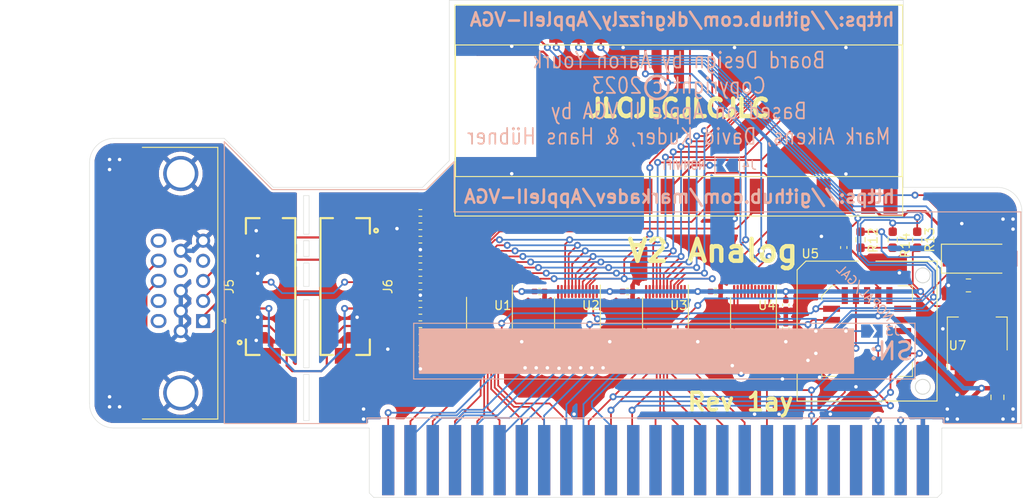
<source format=kicad_pcb>
(kicad_pcb (version 20211014) (generator pcbnew)
  (layers (0 "F.Cu" signal) (31 "B.Cu" signal) (34 "B.Paste" user) (35 "F.Paste" user) (36 "B.SilkS" user "B.Silkscreen") (37 "F.SilkS" user "F.Silkscreen") (38 "B.Mask" user) (39 "F.Mask" user) (44 "Edge.Cuts" user))
  (net 0 "")
  (net 1 "GND")
  (net 2 "+5V")
  (net 3 "A9")
  (net 4 "A0")
  (net 5 "A1")
  (net 6 "A8")
  (net 7 "A10")
  (net 8 "A2")
  (net 9 "A11")
  (net 10 "A3")
  (net 11 "A12")
  (net 12 "A4")
  (net 13 "A13")
  (net 14 "A5")
  (net 15 "A14")
  (net 16 "A6")
  (net 17 "A15")
  (net 18 "A7")
  (net 19 "D4")
  (net 20 "D0")
  (net 21 "D5")
  (net 22 "D1")
  (net 23 "D6")
  (net 24 "D2")
  (net 25 "D7")
  (net 26 "D3")
  (net 27 "Net-(J1-Pad23)")
  (net 28 "nWR")
  (net 29 "LPHI0")
  (net 30 "LR\\W")
  (net 31 "LD6")
  (net 32 "LD7")
  (net 33 "LD5")
  (net 34 "LD4")
  (net 35 "LD3")
  (net 36 "LD2")
  (net 37 "LD1")
  (net 38 "LD0")
  (net 39 "nROMINHIBIT")
  (net 40 "nLRESET")
  (net 41 "nSYSRESET")
  (net 42 "PHI0")
  (net 44 "nRDY")
  (net 45 "nNMI")
  (net 46 "nIRQ")
  (net 47 "-12V")
  (net 48 "-5V")
  (net 50 "7MHz")
  (net 51 "2MHz")
  (net 52 "PHI1")
  (net 53 "+12V")
  (net 54 "+3V3")
  (net 55 "USER1")
  (net 56 "nDMARQ")
  (net 57 "nIOSEL")
  (net 58 "nIOSTROBE")
  (net 59 "nDEVSEL")
  (net 60 "RED_OUT")
  (net 61 "R0")
  (net 62 "R1")
  (net 63 "R2")
  (net 64 "GREEN_OUT")
  (net 65 "G0")
  (net 66 "G1")
  (net 67 "G2")
  (net 68 "BLUE_OUT")
  (net 69 "B0")
  (net 70 "B1")
  (net 71 "B2")
  (net 72 "HSYNC_OUT")
  (net 73 "VSYNC_OUT")
  (net 74 "nDATAOE")
  (net 75 "nMSBOE")
  (net 76 "nLSBOE")
  (net 77 "nDATADIR")
  (net 78 "nCARDSEL")
  (net 79 "nLSEL")
  (net 80 "Net-(D1-Pad1)")
  (net 92 "Net-(R10-Pad1)")
  (net 93 "Net-(R11-Pad1)")
  (net 98 "nonWiFi")
  (net 102 "Net-(J1-Pad24)")
  (footprint "EDGECARD:AppleII" (layer "F.Cu") (at 142.11 128.65 90)
    (fp_text reference "J1" hide)
    (fp_text value "Apple II")
  )
  (footprint "Capacitor_SMD:C_0402_1005Metric_Pad0.74x0.62mm_HandSolder" (layer "F.Cu") (at 128.889 116.7385)
    (fp_text reference "C1" hide)
    (fp_text value "0.1uF" hide)
  )
  (footprint "Capacitor_SMD:C_0402_1005Metric_Pad0.74x0.62mm_HandSolder" (layer "F.Cu") (at 138.922 116.7385)
    (fp_text reference "C3" hide)
    (fp_text value "0.1uF" hide)
  )
  (footprint "Capacitor_SMD:C_0402_1005Metric_Pad0.74x0.62mm_HandSolder" (layer "F.Cu") (at 138.922 111.0135)
    (fp_text reference "C4" hide)
    (fp_text value "0.1uF" hide)
  )
  (footprint "Capacitor_SMD:C_0402_1005Metric_Pad0.74x0.62mm_HandSolder" (layer "F.Cu") (at 163.568 106.002 90)
    (fp_text reference "C9" hide)
    (fp_text value "0.1uF" hide)
  )
  (footprint "Resistor_SMD:R_0402_1005Metric_Pad0.72x0.64mm_HandSolder" (layer "F.Cu") (at 115.3 118.8212 180)
    (fp_text reference "R11" hide)
    (fp_text value "47" hide)
  )
  (footprint "Resistor_SMD:R_0603_1608Metric_Pad0.98x0.95mm_HandSolder" (layer "F.Cu") (at 165.475343 105.113 -90)
    (fp_text reference "R12")
    (fp_text value "10K")
  )
  (footprint "Resistor_SMD:R_0603_1608Metric_Pad0.98x0.95mm_HandSolder" (layer "F.Cu") (at 171.942 105.113 -90)
    (fp_text reference "R13")
    (fp_text value "10K")
  )
  (footprint "Resistor_SMD:R_0603_1608Metric_Pad0.98x0.95mm_HandSolder" (layer "F.Cu") (at 169.148 105.113 -90)
    (fp_text reference "R14")
    (fp_text value "10K")
  )
  (footprint "V2-Analog-Rev1:DSUB-15-HD_Female_Horizontal_P2.29x1.98mm_EdgePinOffset3.03mm_Housed_MountingHolesOffset4.94mm" (layer "F.Cu") (at 90.535 114.384 -90)
    (fp_text reference "J2" hide)
    (fp_text value "DB15_Female_HighDensity_MountingHoles")
  )
  (footprint "Package_SO:TSSOP-24_4.4x5mm_P0.4mm" (layer "F.Cu") (at 133.207 113.876 -90)
    (fp_text reference "U2")
    (fp_text value "SN74LVC8T245DGVR")
  )
  (footprint "Package_SO:TSSOP-24_4.4x5mm_P0.4mm" (layer "F.Cu") (at 123.174 113.876 -90)
    (fp_text reference "U1")
    (fp_text value "SN74LVC8T245DGVR")
  )
  (footprint "Resistor_SMD:R_0402_1005Metric_Pad0.72x0.64mm_HandSolder" (layer "F.Cu") (at 115.3 105.1052 180)
    (fp_text reference "R7" hide)
    (fp_text value "470" hide)
  )
  (footprint "Resistor_SMD:R_0402_1005Metric_Pad0.72x0.64mm_HandSolder" (layer "F.Cu") (at 115.3 107.3775 180)
    (fp_text reference "R6" hide)
    (fp_text value "2K" hide)
  )
  (footprint "Resistor_SMD:R_0402_1005Metric_Pad0.72x0.64mm_HandSolder" (layer "F.Cu") (at 115.3 115.5055 180)
    (fp_text reference "R1" hide)
    (fp_text value "470" hide)
  )
  (footprint "Resistor_SMD:R_0402_1005Metric_Pad0.72x0.64mm_HandSolder" (layer "F.Cu") (at 115.3 113.9815 180)
    (fp_text reference "R2" hide)
    (fp_text value "1K" hide)
  )
  (footprint "Resistor_SMD:R_0402_1005Metric_Pad0.72x0.64mm_HandSolder" (layer "F.Cu") (at 115.3 103.5812 180)
    (fp_text reference "R9" hide)
    (fp_text value "2K" hide)
  )
  (footprint "Resistor_SMD:R_0402_1005Metric_Pad0.72x0.64mm_HandSolder" (layer "F.Cu") (at 115.3 117.5512 180)
    (fp_text reference "R10" hide)
    (fp_text value "47" hide)
  )
  (footprint "Resistor_SMD:R_0402_1005Metric_Pad0.72x0.64mm_HandSolder" (layer "F.Cu") (at 115.3 102.0572 180)
    (fp_text reference "R8" hide)
    (fp_text value "1K" hide)
  )
  (footprint "Resistor_SMD:R_0402_1005Metric_Pad0.72x0.64mm_HandSolder" (layer "F.Cu") (at 115.3 108.9015 180)
    (fp_text reference "R5" hide)
    (fp_text value "1K" hide)
  )
  (footprint "Resistor_SMD:R_0402_1005Metric_Pad0.72x0.64mm_HandSolder" (layer "F.Cu") (at 115.3 112.4575 180)
    (fp_text reference "R3" hide)
    (fp_text value "2K" hide)
  )
  (footprint "Resistor_SMD:R_0402_1005Metric_Pad0.72x0.64mm_HandSolder" (layer "F.Cu") (at 115.3 110.4255 180)
    (fp_text reference "R4" hide)
    (fp_text value "470" hide)
  )
  (footprint "V2-Analog-Rev1:A-CCS_020-Z-SM_SMD-Socket" (layer "F.Cu") (at 166.227 115.527)
    (fp_text reference "U5")
    (fp_text value "PLCC Socket")
    (fp_circle (center 6.35 -6.35) (end 7.2 -6.35) (layer "Edge.Cuts") (width 0.1) (fill none))
    (fp_circle (center 6.35 6.35) (end 7.2 6.35) (layer "Edge.Cuts") (width 0.1) (fill none))
  )
  (footprint "Capacitor_SMD:C_0402_1005Metric_Pad0.74x0.62mm_HandSolder" (layer "F.Cu") (at 156.961 115.2 90)
    (fp_text reference "C7" hide)
    (fp_text value "0.1uF" hide)
  )
  (footprint "Capacitor_SMD:C_0402_1005Metric_Pad0.74x0.62mm_HandSolder" (layer "F.Cu") (at 156.961 112.552 -90)
    (fp_text reference "C8" hide)
    (fp_text value "0.1uF" hide)
  )
  (footprint "Package_SO:TSSOP-24_4.4x5mm_P0.4mm" (layer "F.Cu") (at 153.273 113.876 -90)
    (fp_text reference "U4")
    (fp_text value "SN74LVC8T245DGVR")
  )
  (footprint "Capacitor_SMD:C_0402_1005Metric_Pad0.74x0.62mm_HandSolder" (layer "F.Cu") (at 148.955 116.7385)
    (fp_text reference "C5" hide)
    (fp_text value "0.1uF" hide)
  )
  (footprint "Capacitor_SMD:C_0402_1005Metric_Pad0.74x0.62mm_HandSolder" (layer "F.Cu") (at 148.955 111.0135)
    (fp_text reference "C6" hide)
    (fp_text value "0.1uF" hide)
  )
  (footprint "Package_SO:TSSOP-24_4.4x5mm_P0.4mm" (layer "F.Cu") (at 143.24 113.876 -90)
    (fp_text reference "U3")
    (fp_text value "SN74LVC8T245DGVR")
  )
  (footprint "Capacitor_SMD:C_0402_1005Metric_Pad0.74x0.62mm_HandSolder" (layer "F.Cu") (at 128.889 111.0135)
    (fp_text reference "C2" hide)
    (fp_text value "0.1uF" hide)
  )
  (footprint "Capacitor_SMD:C_0805_2012Metric_Pad1.18x1.45mm_HandSolder" (layer "F.Cu") (at 177.784 110.32 180)
    (fp_text reference "C10" hide)
    (fp_text value "22uF" hide)
  )
  (footprint "Capacitor_SMD:C_0805_2012Metric_Pad1.18x1.45mm_HandSolder" (layer "F.Cu") (at 181.086 123.0795 -90)
    (fp_text reference "C11" hide)
    (fp_text value "10uF" hide)
  )
  (footprint "Package_TO_SOT_SMD:SOT-223-3_TabPin2" (layer "F.Cu") (at 178.786 115.834 90)
    (fp_text reference "U7")
    (fp_text value "AZ1117I-H-3.3")
  )
  (footprint "Package_DIP:DIP-40_W16.51mm_SMDSocket_LongPads" (layer "F.Cu") (at 144.764 88.41 -90)
    (fp_text reference "U6" hide)
    (fp_text value "Pi PICO W" hide)
  )
  (footprint "Diode_SMD:D_SMA_Handsoldering" (layer "F.Cu") (at 179.1 107.272)
    (fp_text reference "D1" hide)
    (fp_text value "D_Schottky" hide)
  )
  (footprint "V2-Analog-Rev1:FPC-SMD_12P-P1.00_FH12-12S-1SH" (layer "F.Cu") (at 96.62 110.449 90)
    (fp_text reference "J5")
    (fp_text value "VGA")
  )
  (footprint "V2-Analog-Rev1:BOM_Placeholder" (layer "F.Cu") (at 99.298 129.878)
    (fp_text reference "BP2")
    (fp_text value "FPC 12pin 1.0mm pitch")
  )
  (footprint "V2-Analog-Rev1:FPC-SMD_12P-P1.00_FH12-12S-1SH" (layer "F.Cu") (at 108.331 110.449 -90)
    (fp_text reference "J6")
    (fp_text value "VGA")
  )
  (footprint "V2-Analog-Rev1:BOM_Placeholder" (layer "F.Cu") (at 166.227 115.527)
    (fp_text reference "BP1")
    (fp_text value "PALCE16V8H-5JC/5")
  )
  (footprint "Jumper:SolderJumper-2_P1.3mm_Open_TrianglePad1.0x1.5mm" (layer "B.Cu") (at 166.772 115.527)
    (fp_text reference "J3")
    (fp_text value "NOPAL/GAL")
  )
  (footprint "Jumper:SolderJumper-2_P1.3mm_Open_TrianglePad1.0x1.5mm" (layer "B.Cu") (at 150.285 96.626 180)
    (fp_text reference "J4")
    (fp_text value "NONWIFI")
  )
  (gr_line (start 171.688 120.988) (end 171.688 114.638) (layer "B.SilkS") (width 0.12))
  (gr_line (start 92.948 126.068) (end 109.204 126.068) (layer "B.SilkS") (width 0.12))
  (gr_line (start 174.99 126.068) (end 183.753 126.068) (layer "B.SilkS") (width 0.12))
  (gr_line (start 183.753 101.938) (end 183.753 126.068) (layer "B.SilkS") (width 0.12))
  (gr_line (start 109.204 125.433) (end 109.204 126.068) (layer "B.SilkS") (width 0.12))
  (gr_line (start 114.538 120.988) (end 171.688 120.988) (layer "B.SilkS") (width 0.12))
  (gr_line (start 92.948 93.937) (end 92.948 126.068) (layer "B.SilkS") (width 0.12))
  (gr_line (start 114.538 114.638) (end 114.538 120.988) (layer "B.SilkS") (width 0.12))
  (gr_line (start 115.9604 99.398) (end 98.409 99.398) (layer "B.SilkS") (width 0.12))
  (gr_line (start 183.753 101.938) (end 119.1354 101.938) (layer "B.SilkS") (width 0.12))
  (gr_line (start 119.1354 101.938) (end 119.1354 96.223) (layer "B.SilkS") (width 0.12))
  (gr_line (start 174.99 125.433) (end 174.99 126.068) (layer "B.SilkS") (width 0.12))
  (gr_line (start 119.1354 96.223) (end 115.9604 99.398) (layer "B.SilkS") (width 0.12))
  (gr_line (start 109.204 125.433) (end 174.99 125.433) (layer "B.SilkS") (width 0.12))
  (gr_line (start 171.688 114.638) (end 114.538 114.638) (layer "B.SilkS") (width 0.12))
  (gr_poly (pts (xy 164.703 120.353) (xy 115.173 120.353) (xy 115.173 115.273) (xy 164.703 115.273)) (layer "B.SilkS") (width 0.1) (fill solid))
  (gr_line (start 98.409 99.398) (end 92.948 93.937) (layer "B.SilkS") (width 0.12))
  (gr_circle (center 142.2654 87.76) (end 143.580816 87.76) (layer "B.SilkS") (width 0.3) (fill none))
  (gr_line (start 174.749 133.984) (end 174.749 126.576) (layer "Edge.Cuts") (width 0.05))
  (gr_line (start 109.979 134.492) (end 174.241 134.492) (layer "Edge.Cuts") (width 0.05))
  (gr_line (start 174.749 126.576) (end 183.88 126.576) (layer "Edge.Cuts") (width 0.05))
  (gr_line (start 109.979 134.492) (end 109.471 133.984) (layer "Edge.Cuts") (width 0.05))
  (gr_line (start 170.35 77.808) (end 118.602 77.808) (layer "Edge.Cuts") (width 0.05))
  (gr_line (start 80.375 93.556) (end 92.948 93.556) (layer "Edge.Cuts") (width 0.05))
  (gr_rect (start 101.981 100.076) (end 102.616 104.4784) (layer "Edge.Cuts") (width 0.05) (fill none))
  (gr_line (start 77.581 96.35) (end 77.581 123.782) (layer "Edge.Cuts") (width 0.05))
  (gr_line (start 181.086 99.144) (end 170.35 99.144) (layer "Edge.Cuts") (width 0.05))
  (gr_line (start 80.375 126.576) (end 109.471 126.576) (layer "Edge.Cuts") (width 0.05))
  (gr_line (start 109.471 126.576) (end 109.471 133.984) (layer "Edge.Cuts") (width 0.05))
  (gr_line (start 183.88 126.576) (end 183.88 101.938) (layer "Edge.Cuts") (width 0.05))
  (gr_line (start 115.554 99.144) (end 118.602 96.096) (layer "Edge.Cuts") (width 0.05))
  (gr_rect (start 101.981 120.464) (end 102.616 125.73) (layer "Edge.Cuts") (width 0.05) (fill none))
  (gr_rect (start 101.981 111.9632) (end 102.616 119.7184) (layer "Edge.Cuts") (width 0.05) (fill none))
  (gr_line (start 118.602 96.096) (end 118.602 77.808) (layer "Edge.Cuts") (width 0.05))
  (gr_rect (start 101.981 107.764) (end 102.616 110.4392) (layer "Edge.Cuts") (width 0.05) (fill none))
  (gr_line (start 170.35 77.808) (end 170.35 99.144) (layer "Edge.Cuts") (width 0.05))
  (gr_line (start 174.241 134.492) (end 174.749 133.984) (layer "Edge.Cuts") (width 0.05))
  (gr_line (start 98.536 99.144) (end 115.554 99.144) (layer "Edge.Cuts") (width 0.05))
  (gr_arc (start 80.375 126.576) (mid 78.399344 125.757656) (end 77.581 123.782) (layer "Edge.Cuts") (width 0.05))
  (gr_arc (start 77.581 96.35) (mid 78.399344 94.374344) (end 80.375 93.556) (layer "Edge.Cuts") (width 0.05))
  (gr_line (start 92.948 93.556) (end 98.536 99.144) (layer "Edge.Cuts") (width 0.05))
  (gr_rect (start 101.981 105.224) (end 102.616 107.0184) (layer "Edge.Cuts") (width 0.05) (fill none))
  (gr_arc (start 181.086 99.144) (mid 183.061656 99.962344) (end 183.88 101.938) (layer "Edge.Cuts") (width 0.05))
  (gr_text "Board Design by Aaron Yourk\nCopyright c 2023\nBased on Apple II VGA by\nMark Aikens, David Kuder, & Hans Hübner" (at 144.764 89) (layer "B.SilkS") (effects (font (size 1.8 1.5) (thickness 0.2)) (justify mirror)))
  (gr_text "https://github.com/dkgrizzly/AppleII-VGA" (at 145.145 80.0178) (layer "B.SilkS") (effects (font (size 1.5 1.5) (thickness 0.3)) (justify mirror)))
  (gr_text "SN: " (at 168.213 117.813) (layer "B.SilkS") (effects (font (size 2 2) (thickness 0.3)) (justify mirror)))
  (gr_text "https://github.com/markadev/AppleII-VGA" (at 144.8402 100.2108) (layer "B.SilkS") (effects (font (size 1.5 1.5) (thickness 0.3)) (justify mirror)))
  (gr_text "Rev 1ay" (at 151.8 123.6042) (layer "F.SilkS") (effects (font (size 2 2) (thickness 0.4))))
  (gr_text "Analog" (at 152.043 106.383) (layer "F.SilkS") (effects (font (size 2.5 2.5) (thickness 0.5))))
  (gr_text "∀2" (at 141.248 106.383) (layer "F.SilkS") (effects (font (size 2.5 2.5) (thickness 0.5))))
  (gr_text "JLCJLCJLCJLC" (at 144.764 90.1143) (layer "F.SilkS") (effects (font (size 2 2) (thickness 0.5))))
  (segment (start 109.011 110.949) (end 109.011 111.949) (width 0.25) (layer "F.Cu") (net 1))
  (segment (start 113.8815 111.4415) (end 111.389 108.949) (width 0.25) (layer "F.Cu") (net 1))
  (segment (start 124.847 112.711) (end 124.974 112.584) (width 0.2) (layer "F.Cu") (net 1))
  (segment (start 163.568 105.4345) (end 165.1515 107.018) (width 0.25) (layer "F.Cu") (net 1))
  (segment (start 176.486 122.7915) (end 176.486 118.984) (width 0.5) (layer "F.Cu") (net 1))
  (segment (start 131.407 111.0135) (end 129.4565 111.0135) (width 0.2) (layer "F.Cu") (net 1))
  (segment (start 120.974 109.558) (end 120.974 117.7524) (width 0.2) (layer "F.Cu") (net 1))
  (segment (start 172.323 111.897384) (end 172.323 112.733) (width 0.25) (layer "F.Cu") (net 1))
  (segment (start 124.974 112.584) (end 124.974 111.0135) (width 0.2) (layer "F.Cu") (net 1))
  (segment (start 120.38 109.558) (end 120.974 109.558) (width 0.2) (layer "F.Cu") (net 1))
  (segment (start 153.473 118.572) (end 157.848 118.572) (width 0.2) (layer "F.Cu") (net 1))
  (segment (start 111.389 108.949) (end 110.011 108.949) (width 0.25) (layer "F.Cu") (net 1))
  (segment (start 115.3 106.24135) (end 114.173164 106.24135) (width 0.25) (layer "F.Cu") (net 1))
  (segment (start 145.04 112.711) (end 145.04 111.0135) (width 0.2) (layer "F.Cu") (net 1))
  (segment (start 96.588 116.588) (end 95.949 115.949) (width 0.25) (layer "F.Cu") (net 1))
  (segment (start 95.94 111.949) (end 93.94 111.949) (width 0.25) (layer "F.Cu") (net 1))
  (segment (start 157.848 118.572) (end 158.733228 117.686772) (width 0.2) (layer "F.Cu") (net 1))
  (segment (start 158.734 117.686772) (end 158.734 115.3975) (width 0.3175) (layer "F.Cu") (net 1))
  (segment (start 96.588 104.088) (end 95.727 104.949) (width 0.25) (layer "F.Cu") (net 1))
  (segment (start 95.94 111.2012) (end 99.4156 111.2012) (width 0.25) (layer "F.Cu") (net 1))
  (segment (start 138.128 97.588) (end 138.414 97.874) (width 0.25) (layer "F.Cu") (net 1))
  (segment (start 169.91 108.888) (end 169.91 109.06012) (width 0.25) (layer "F.Cu") (net 1))
  (segment (start 151.114 100.16) (end 151.114 102.7) (width 0.25) (layer "F.Cu") (net 1))
  (segment (start 131.007 111.0135) (end 131.007 116.7385) (width 0.2) (layer "F.Cu") (net 1))
  (segment (start 114.173164 106.24135) (end 113.465514 106.949) (width 0.25) (layer "F.Cu") (net 1))
  (segment (start 121.374 112.711) (end 121.374 109.812) (width 0.2) (layer "F.Cu") (net 1))
  (segment (start 149.5225 111.0135) (end 151.073 111.0135) (width 0.25) (layer "F.Cu") (net 1))
  (segment (start 153.873 116.7385) (end 153.873 118.572) (width 0.2) (layer "F.Cu") (net 1))
  (segment (start 138.414 97.874) (end 138.414 100.16) (width 0.25) (layer "F.Cu") (net 1))
  (segment (start 111.527 104.949) (end 112.633 103.843) (width 0.25) (layer "F.Cu") (net 1))
  (segment (start 95.727 104.949) (end 94.94 104.949) (width 0.25) (layer "F.Cu") (net 1))
  (segment (start 138.414 80.66) (end 138.414 83.2) (width 0.25) (layer "F.Cu") (net 1))
  (segment (start 120.974 117.7524) (end 118.8892 119.8372) (width 0.2) (layer "F.Cu") (net 1))
  (segment (start 144.786 112.965) (end 145.04 112.711) (width 0.2) (layer "F.Cu") (net 1))
  (segment (start 158.734 115.3975) (end 157.969 114.6325) (width 0.5) (layer "F.Cu") (net 1))
  (segment (start 154.273 116.7385) (end 154.273 118.559) (width 0.2) (layer "F.Cu") (net 1))
  (segment (start 118.8892 119.8372) (end 115.3 119.8372) (width 0.2) (layer "F.Cu") (net 1))
  (segment (start 131.407 113.136) (end 131.0138 113.5292) (width 0.2) (layer "F.Cu") (net 1))
  (segment (start 121.374 109.812) (end 120.38 109.812) (width 0.2) (layer "F.Cu") (net 1))
  (segment (start 120.974 112.711) (end 124.847 112.711) (width 0.2) (layer "F.Cu") (net 1))
  (segment (start 105.791 111.2012) (end 109.011 111.2012) (width 0.25) (layer "F.Cu") (net 1))
  (segment (start 113.465514 106.949) (end 110.011 106.949) (width 0.25) (layer "F.Cu") (net 1))
  (segment (start 111.011 111.949) (end 109.011 111.949) (width 0.25) (layer "F.Cu") (net 1))
  (segment (start 153.073 118.172) (end 153.473 118.572) (width 0.2) (layer "F.Cu") (net 1))
  (segment (start 165.1515 107.018) (end 168.04 107.018) (width 0.25) (layer "F.Cu") (net 1))
  (segment (start 125.714 97.588) (end 125.714 100.16) (width 0.25) (layer "F.Cu") (net 1))
  (segment (start 171.698 111.272384) (end 172.323 111.897384) (width 0.25) (layer "F.Cu") (net 1))
  (segment (start 171.698 110.84812) (end 171.698 111.272384) (width 0.25) (layer "F.Cu") (net 1))
  (segment (start 125.714 80.66) (end 125.714 83.056) (width 0.25) (layer "F.Cu") (net 1))
  (segment (start 110.011 113.949) (end 108.088 113.949) (width 0.25) (layer "F.Cu") (net 1))
  (segment (start 131.007 116.7385) (end 129.4565 116.7385) (width 0.2) (layer "F.Cu") (net 1))
  (segment (start 151.114 83.2) (end 151.114 80.66) (width 0.25) (layer "F.Cu") (net 1))
  (segment (start 153.073 116.7385) (end 153.073 118.172) (width 0.2) (layer "F.Cu") (net 1))
  (segment (start 164.957 121.877) (end 164.957 122.079) (width 0.5) (layer "F.Cu") (net 1))
  (segment (start 168.04 107.018) (end 169.91 108.888) (width 0.25) (layer "F.Cu") (net 1))
  (segment (start 169.91 109.06012) (end 171.698 110.84812) (width 0.25) (layer "F.Cu") (net 1))
  (segment (start 111.588 117.588) (end 109.949 115.949) (width 0.25) (layer "F.Cu") (net 1))
  (segment (start 110.011 104.949) (end 111.527 104.949) (width 0.25) (layer "F.Cu") (net 1))
  (segment (start 125.714 97.588) (end 138.128 97.588) (width 0.25) (layer "F.Cu") (net 1))
  (segment (start 141.04 111.0135) (end 141.04 116.7385) (width 0.2) (layer "F.Cu") (net 1))
  (segment (start 99.4156 111.2012) (end 105.791 111.2012) (width 0.635) (layer "F.Cu") (net 1))
  (segment (start 96.758 113.949) (end 94.94 113.949) (width 0.25) (layer "F.Cu") (net 1))
  (segment (start 163.814 101.938) (end 163.814 100.16) (width 0.25) (layer "F.Cu") (net 1))
  (segment (start 141.059 112.965) (end 144.786 112.965) (width 0.2) (layer "F.Cu") (net 1))
  (segment (start 151.473 111.0135) (end 151.473 113.092) (width 0.2) (layer "F.Cu") (net 1))
  (segment (start 95.94 110.949) (end 93.94 110.949) (width 0.25) (layer "F.Cu") (net 1))
  (segment (start 96.758 106.949) (end 94.94 106.949) (width 0.25) (layer "F.Cu") (net 1))
  (segment (start 93.94 110.949) (end 93.94 111.949) (width 0.25) (layer "F.Cu") (net 1))
  (segment (start 95.949 115.949) (end 94.94 115.949) (width 0.25) (layer "F.Cu") (net 1))
  (segment (start 164.957 122.079) (end 162.036 125) (width 0.5) (layer "F.Cu") (net 1))
  (segment (start 154.673 118.572) (end 154.673 116.7385) (width 0.2) (layer "F.Cu") (net 1))
  (segment (start 161.02 104.732) (end 163.814 101.938) (width 0.25) (layer "F.Cu") (net 1))
  (segment (start 154.692 113.092) (end 151.073 113.092) (width 0.2) (layer "F.Cu") (net 1))
  (segment (start 115.3 111.4415) (end 113.8815 111.4415) (width 0.25) (layer "F.Cu") (net 1))
  (segment (start 131.407 111.0135) (end 131.407 113.136) (width 0.2) (layer "F.Cu") (net 1))
  (segment (start 111.011 110.949) (end 111.011 111.949) (width 0.25) (layer "F.Cu") (net 1))
  (segment (start 151.073 111.0135) (end 151.073 116.7385) (width 0.2) (layer "F.Cu") (net 1))
  (segment (start 155.073 112.711) (end 154.692 113.092) (width 0.2) (layer "F.Cu") (net 1))
  (segment (start 155.073 111.0135) (end 155.073 112.711) (width 0.2) (layer "F.Cu") (net 1))
  (segment (start 111.011 110.949) (end 109.011 110.949) (width 0.25) (layer "F.Cu") (net 1))
  (segment (start 172.323 112.733) (end 174.863 115.273) (width 0.25) (layer "F.Cu") (net 1))
  (segment (start 163.814 83.2) (end 163.814 80.66) (width 0.25) (layer "F.Cu") (net 1))
  (segment (start 141.44 111.0135) (end 141.44 112.965) (width 0.2) (layer "F.Cu") (net 1))
  (segment (start 141.04 116.7385) (end 139.4895 116.7385) (width 0.2) (layer "F.Cu") (net 1))
  (segment (start 175.371 124.417) (end 175.371 125.56) (width 0.25) (layer "F.Cu") (net 1))
  (segment (start 153.473 116.7385) (end 153.473 118.572) (width 0.2) (layer "F.Cu") (net 1))
  (segment (start 95.94 110.949) (end 95.94 111.949) (width 0.25) (layer "F.Cu") (net 1))
  (segment (start 96.758 108.949) (end 94.94 108.949) (width 0.25) (layer "F.Cu") (net 1))
  (segment (start 157.969 114.6325) (end 156.961 114.6325) (width 0.5) (layer "F.Cu") (net 1))
  (segment (start 163.814 100.16) (end 163.814 97.62) (width 0.25) (layer "F.Cu") (net 1))
  (segment (start 151.073 116.7385) (end 149.5225 116.7385) (width 0.2) (layer "F.Cu") (net 1))
  (segment (start 120.38 109.812) (end 120.38 109.558) (width 0.2) (layer "F.Cu") (net 1))
  (segment (start 164.957 119.5795) (end 164.957 121.877) (width 0.5) (layer "F.Cu") (net 1))
  (via (at 108.823 124.417) (size 0.8) (drill 0.4) (layers "F.Cu" "B.Cu") (net 1))
  (via (at 108.823 125.56) (size 0.8) (drill 0.4) (layers "F.Cu" "B.Cu") (net 1))
  (via (at 175.371 125.56) (size 0.8) (drill 0.4) (layers "F.Cu" "B.Cu") (net 1))
  (via (at 175.371 124.417) (size 0.8) (drill 0.4) (layers "F.Cu" "B.Cu") (net 1))
  (via (at 176.514 125.56) (size 0.8) (drill 0.4) (layers "F.Cu" "B.Cu") (net 1))
  (via (at 182.864 102.7635) (size 0.8) (drill 0.4) (layers "F.Cu" "B.Cu") (net 1))
  (via (at 182.864 103.9065) (size 0.8) (drill 0.4) (layers "F.Cu" "B.Cu") (net 1))
  (via (at 181.721 102.7635) (size 0.8) (drill 0.4) (layers "F.Cu" "B.Cu") (net 1))
  (via (at 176.486 122.7915) (size 0.8) (drill 0.4) (layers "F.Cu" "B.Cu") (net 1))
  (via (at 112.633 103.843) (size 0.8) (drill 0.4) (layers "F.Cu" "B.Cu") (net 1))
  (via (at 162.036 125) (size 0.8) (drill 0.4) (layers "F.Cu" "B.Cu") (net 1))
  (via (at 175.5 110.32) (size 0.8) (drill 0.4) (layers "F.Cu" "B.Cu") (net 1))
  (via (at 79.867 123.02) (size 0.8) (drill 0.4) (layers "F.Cu" "B.Cu") (net 1))
  (via (at 79.867 124.163) (size 0.8) (drill 0.4) (layers "F.Cu" "B.Cu") (net 1))
  (via (at 125.714 97.588) (size 0.8) (drill 0.4) (layers "F.Cu" "B.Cu") (net 1))
  (via (at 160.814589 120.782589) (size 0.8) (drill 0.4) (layers "F.Cu" "B.Cu") (net 1))
  (via (at 151.114 102.7) (size 0.8) (drill 0.4) (layers "F.Cu" "B.Cu") (net 1))
  (via (at 161.02 104.732) (size 0.8) (drill 0.4) (layers "F.Cu" "B.Cu") (net 1))
  (via (at 81.01 124.163) (size 0.8) (drill 0.4) (layers "F.Cu" "B.Cu") (net 1))
  (via (at 115.3 106.24135) (size 0.8) (drill 0.4) (layers "F.Cu" "B.Cu") (net 1))
  (via (at 79.867 97.112) (size 0.8) (drill 0.4) (layers "F.Cu" "B.Cu") (net 1))
  (via (at 111.588 117.588) (size 0.8) (drill 0.4) (layers "F.Cu" "B.Cu") (net 1))
  (via (at 96.588 116.588) (size 0.8) (drill 0.4) (layers "F.Cu" "B.Cu") (net 1))
  (via (at 174.863 115.273) (size 0.8) (drill 0.4) (layers "F.Cu" "B.Cu") (net 1))
  (via (at 182.864 125.56) (size 0.8) (drill 0.4) (layers "F.Cu" "B.Cu") (net 1))
  (via (at 108.088 113.949) (size 0.8) (drill 0.4) (layers "F.Cu" "B.Cu") (net 1))
  (via (at 96.758 106.949) (size 0.8) (drill 0.4) (layers "F.Cu" "B.Cu") (net 1))
  (via (at 164.957 121.877) (size 0.8) (drill 0.4) (layers "F.Cu" "B.Cu") (net 1))
  (via (at 125.714 83.056) (size 0.8) (drill 0.4) (layers "F.Cu" "B.Cu") (net 1))
  (via (at 156.194 125) (size 0.8) (drill 0.4) (layers "F.Cu" "B.Cu") (net 1))
  (via (at 163.814 97.62) (size 0.8) (drill 0.4) (layers "F.Cu" "B.Cu") (net 1))
  (via (at 181.721 125.56) (size 0.8) (drill 0.4) (layers "F.Cu" "B.Cu") (net 1))
  (via (at 169.91 108.888) (size 0.8) (drill 0.4) (layers "F.Cu" "B.Cu") (net 1))
  (via (at 96.758 113.949) (size 0.8) (drill 0.4) (layers "F.Cu" "B.Cu") (net 1))
  (via (at 96.588 104.088) (size 0.8) (drill 0.4) (layers "F.Cu" "B.Cu") (net 1))
  (via (at 182.864 124.417) (size 0.8) (drill 0.4) (layers "F.Cu" "B.Cu") (net 1))
  (via (at 79.867 95.969) (size 0.8) (drill 0.4) (layers "F.Cu" "B.Cu") (net 1))
  (via (at 96.758 108.949) (size 0.8) (drill 0.4) (layers "F.Cu" "B.Cu") (net 1))
  (via (at 81.01 95.969) (size 0.8) (drill 0.4) (layers "F.Cu" "B.Cu") (net 1))
  (via (at 163.814 83.2) (size 0.8) (drill 0.4) (layers "F.Cu" "B.Cu") (net 1))
  (via (at 115.3 119.8372) (size 0.8) (drill 0.4) (layers "F.Cu" "B.Cu") (net 1))
  (via (at 153.4 125) (size 0.8) (drill 0.4) (layers "F.Cu" "B.Cu") (net 1))
  (via (at 138.414 83.2) (size 0.8) (drill 0.4) (layers "F.Cu" "B.Cu") (net 1))
  (via (at 151.114 83.2) (size 0.8) (drill 0.4) (layers "F.Cu" "B.Cu") (net 1))
  (via (at 132.826 125) (size 0.8) (drill 0.4) (layers "F.Cu" "B.Cu") (net 1))
  (via (at 177.022 103.2715) (size 0.8) (drill 0.4) (layers "F.Cu" "B.Cu") (net 1))
  (via (at 156.575 120.988) (size 0.8) (drill 0.4) (layers "F.Cu" "B.Cu") (net 1))
  (via (at 115.3 111.4415) (size 0.8) (drill 0.4) (layers "F.Cu" "B.Cu") (net 1))
  (segment (start 175.371 123.9065) (end 176.486 122.7915) (width 0.25) (layer "B.Cu") (net 1))
  (segment (start 175.371 124.417) (end 175.371 123.9065) (width 0.25) (layer "B.Cu") (net 1))
  (segment (start 169.91 108.888) (end 169.24 109.558) (width 0.25) (layer "B.Cu") (net 1))
  (segment (start 169.24 109.558) (end 162.163 109.558) (width 0.25) (layer "B.Cu") (net 1))
  (segment (start 87.985 106.369) (end 89.406 106.369) (width 0.5) (layer "B.Cu") (net 1))
  (segment (start 162.163 109.558) (end 162.163 105.875) (width 0.25) (layer "B.Cu") (net 1))
  (segment (start 89.406 106.369) (end 90.535 105.24) (width 0.5) (layer "B.Cu") (net 1))
  (segment (start 90.535 105.24) (end 90.535 105.224) (width 0.5) (layer "B.Cu") (net 1))
  (segment (start 156.194 125) (end 156.653 124.541) (width 0.25) (layer "B.Cu") (net 1))
  (segment (start 172.59 125.166) (end 172.59 130.2375) (width 0.5) (layer "B.Cu") (net 1))
  (segment (start 156.653 124.541) (end 161.577 124.541) (width 0.25) (layer "B.Cu") (net 1))
  (segment (start 162.163 105.875) (end 161.02 104.732) (width 0.25) (layer "B.Cu") (net 1))
  (segment (start 176.486 122.7915) (end 174.9645 122.7915) (width 0.5) (layer "B.Cu") (net 1))
  (segment (start 174.9645 122.7915) (end 172.59 125.166) (width 0.5) (layer "B.Cu") (net 1))
  (segment (start 87.985 110.949) (end 87.985 115.529) (width 0.5) (layer "B.Cu") (net 1))
  (segment (start 161.577 124.541) (end 162.036 125) (width 0.25) (layer "B.Cu") (net 1))
  (segment (start 145.04 116.7385) (end 148.3875 116.7385) (width 0.2) (layer "F.Cu") (net 2))
  (segment (start 181.086 122.042) (end 179.27 122.042) (width 0.5) (layer "F.Cu") (net 2))
  (segment (start 181.6 117.299) (end 181.6 107.272) (width 0.5) (layer "F.Cu") (net 2))
  (segment (start 167.497 110.4985) (end 167.497 113.8045) (width 0.2) (layer "F.Cu") (net 2))
  (segment (start 174.089 123.667) (end 172.59 125.166) (width 0.5) (layer "F.Cu") (net 2))
  (segment (start 177.645 123.667) (end 174.089 123.667) (width 0.5) (layer "F.Cu") (net 2))
  (segment (start 181.086 117.813) (end 181.6 117.299) (width 0.5) (layer "F.Cu") (net 2))
  (segment (start 181.086 122.042) (end 181.086 117.813) (width 0.5) (layer "F.Cu") (net 2))
  (segment (start 163.568 106.5695) (end 167.497 110.4985) (width 0.2) (layer "F.Cu") (net 2))
  (segment (start 179.27 122.042) (end 177.645 123.667) (width 0.5) (layer "F.Cu") (net 2))
  (segment (start 135.007 116.7385) (end 138.3545 116.7385) (width 0.2) (layer "F.Cu") (net 2))
  (segment (start 155.073 116.7385) (end 156.961 116.7385) (width 0.2) (layer "F.Cu") (net 2))
  (segment (start 124.974 116.7385) (end 126.852 116.7385) (width 0.2) (layer "F.Cu") (net 2))
  (segment (start 156.961 116.7385) (end 156.961 115.7675) (width 0.2) (layer "F.Cu") (net 2))
  (segment (start 126.852 116.7385) (end 128.3215 116.7385) (width 0.2) (layer "F.Cu") (net 2))
  (segment (start 172.59 125.166) (end 172.59 130.2375) (width 0.5) (layer "F.Cu") (net 2))
  (via (at 136.89 116.7385) (size 0.8) (drill 0.4) (layers "F.Cu" "B.Cu") (net 2))
  (via (at 156.961 116.7385) (size 0.8) (drill 0.4) (layers "F.Cu" "B.Cu") (net 2))
  (via (at 126.852 116.7385) (size 0.8) (drill 0.4) (layers "F.Cu" "B.Cu") (net 2))
  (via (at 179.27 122.042) (size 0.8) (drill 0.4) (layers "F.Cu" "B.Cu") (net 2))
  (via (at 167.497 113.8045) (size 0.8) (drill 0.4) (layers "F.Cu" "B.Cu") (net 2))
  (via (at 146.923 116.7385) (size 0.8) (drill 0.4) (layers "F.Cu" "B.Cu") (net 2))
  (segment (start 126.852 116.7385) (end 161.541839 116.7385) (width 0.5) (layer "B.Cu") (net 2))
  (segment (start 164.475839 113.8045) (end 168.994161 113.8045) (width 0.5) (layer "B.Cu") (net 2))
  (segment (start 179.27 122.042) (end 177.231661 122.042) (width 0.5) (layer "B.Cu") (net 2))
  (segment (start 161.541839 116.7385) (end 164.475839 113.8045) (width 0.5) (layer "B.Cu") (net 2))
  (segment (start 177.231661 122.042) (end 168.994161 113.8045) (width 0.5) (layer "B.Cu") (net 2))
  (segment (start 168.767 119.5795) (end 168.894 119.7065) (width 0.2) (layer "F.Cu") (net 3))
  (segment (start 168.894 119.7065) (end 168.894 122.512) (width 0.2) (layer "F.Cu") (net 3))
  (segment (start 137.03 124.544) (end 141.84 119.734) (width 0.2) (layer "F.Cu") (net 3))
  (segment (start 137.03 130.2375) (end 137.03 124.544) (width 0.2) (layer "F.Cu") (net 3))
  (segment (start 141.84 119.734) (end 141.84 116.7385) (width 0.2) (layer "F.Cu") (net 3))
  (via (at 137.03 124.544) (size 0.8) (drill 0.4) (layers "F.Cu" "B.Cu") (net 3))
  (via (at 168.894 122.512) (size 0.8) (drill 0.4) (layers "F.Cu" "B.Cu") (net 3))
  (segment (start 167.878 123.528) (end 168.894 122.512) (width 0.2) (layer "B.Cu") (net 3))
  (segment (start 137.03 124.544) (end 138.046 123.528) (width 0.2) (layer "B.Cu") (net 3))
  (segment (start 138.046 123.528) (end 167.878 123.528) (width 0.2) (layer "B.Cu") (net 3))
  (segment (start 121.374 118.597) (end 121.374 116.7385) (width 0.2) (layer "F.Cu") (net 4))
  (segment (start 114.17 125.801) (end 121.374 118.597) (width 0.2) (layer "F.Cu") (net 4))
  (segment (start 114.17 130.2375) (end 114.17 125.801) (width 0.2) (layer "F.Cu") (net 4))
  (segment (start 116.71 125.801) (end 121.774 120.737) (width 0.2) (layer "F.Cu") (net 5))
  (segment (start 116.71 130.2375) (end 116.71 125.801) (width 0.2) (layer "F.Cu") (net 5))
  (segment (start 121.774 120.737) (end 121.774 116.7385) (width 0.2) (layer "F.Cu") (net 5))
  (segment (start 134.49 125.801) (end 134.49 130.2375) (width 0.2) (layer "F.Cu") (net 6))
  (segment (start 137.271 123.02) (end 141.44 118.851) (width 0.2) (layer "F.Cu") (net 6))
  (segment (start 137.271 123.02) (end 134.49 125.801) (width 0.2) (layer "F.Cu") (net 6))
  (segment (start 141.44 118.851) (end 141.44 116.7385) (width 0.2) (layer "F.Cu") (net 6))
  (segment (start 170.2795 118.067) (end 172.196 118.067) (width 0.2) (layer "F.Cu") (net 6))
  (via (at 172.196 118.067) (size 0.8) (drill 0.4) (layers "F.Cu" "B.Cu") (net 6))
  (via (at 137.271 123.02) (size 0.8) (drill 0.4) (layers "F.Cu" "B.Cu") (net 6))
  (segment (start 167.243 123.02) (end 172.196 118.067) (width 0.2) (layer "B.Cu") (net 6))
  (segment (start 137.271 123.02) (end 167.243 123.02) (width 0.2) (layer "B.Cu") (net 6))
  (segment (start 139.446 130.1135) (end 139.446 124.528) (width 0.2) (layer "F.Cu") (net 7))
  (segment (start 139.57 130.2375) (end 139.446 130.1135) (width 0.2) (layer "F.Cu") (net 7))
  (segment (start 142.24 121.734) (end 142.24 116.7385) (width 0.2) (layer "F.Cu") (net 7))
  (segment (start 139.446 124.528) (end 142.24 121.734) (width 0.2) (layer "F.Cu") (net 7))
  (segment (start 166.227 119.5795) (end 166.227 121.369) (width 0.2) (layer "F.Cu") (net 7))
  (segment (start 166.227 121.369) (end 168.894 124.036) (width 0.2) (layer "F.Cu") (net 7))
  (via (at 139.43 124.544) (size 0.8) (drill 0.4) (layers "F.Cu" "B.Cu") (net 7))
  (via (at 168.894 124.036) (size 0.8) (drill 0.4) (layers "F.Cu" "B.Cu") (net 7))
  (segment (start 139.43 124.544) (end 139.938 124.036) (width 0.2) (layer "B.Cu") (net 7))
  (segment (start 139.938 124.036) (end 168.894 124.036) (width 0.2) (layer "B.Cu") (net 7))
  (segment (start 122.174 122.877) (end 122.174 116.7385) (width 0.2) (layer "F.Cu") (net 8))
  (segment (start 119.25 130.2375) (end 119.25 125.801) (width 0.2) (layer "F.Cu") (net 8))
  (segment (start 119.25 125.801) (end 122.174 122.877) (width 0.2) (layer "F.Cu") (net 8))
  (segment (start 142.11 125.166) (end 142.64 124.636) (width 0.2) (layer "F.Cu") (net 9))
  (segment (start 142.11 130.2375) (end 142.11 125.166) (width 0.2) (layer "F.Cu") (net 9))
  (segment (start 142.64 124.636) (end 142.64 116.7385) (width 0.2) (layer "F.Cu") (net 9))
  (segment (start 121.79 125.801) (end 122.574 125.017) (width 0.2) (layer "F.Cu") (net 10))
  (segment (start 121.79 130.2375) (end 121.79 125.801) (width 0.2) (layer "F.Cu") (net 10))
  (segment (start 122.574 125.017) (end 122.574 116.7385) (width 0.2) (layer "F.Cu") (net 10))
  (segment (start 143.04 116.7385) (end 143.04 124.598) (width 0.2) (layer "F.Cu") (net 11))
  (segment (start 144.65 126.208) (end 144.65 130.2375) (width 0.2) (layer "F.Cu") (net 11))
  (segment (start 143.04 124.598) (end 144.65 126.208) (width 0.2) (layer "F.Cu") (net 11))
  (segment (start 124.33 130.2375) (end 124.33 125.7) (width 0.2) (layer "F.Cu") (net 12))
  (segment (start 122.974 124.344) (end 122.974 116.7385) (width 0.2) (layer "F.Cu") (net 12))
  (segment (start 124.33 125.7) (end 122.974 124.344) (width 0.2) (layer "F.Cu") (net 12))
  (segment (start 143.44 122.458) (end 147.19 126.208) (width 0.2) (layer "F.Cu") (net 13))
  (segment (start 147.19 126.208) (end 147.19 130.2375) (width 0.2) (layer "F.Cu") (net 13))
  (segment (start 143.44 116.7385) (end 143.44 122.458) (width 0.2) (layer "F.Cu") (net 13))
  (segment (start 123.374 122.1405) (end 123.374 116.7385) (width 0.2) (layer "F.Cu") (net 14))
  (segment (start 126.87 130.2375) (end 126.87 125.6365) (width 0.2) (layer "F.Cu") (net 14))
  (segment (start 126.87 125.6365) (end 123.374 122.1405) (width 0.2) (layer "F.Cu") (net 14))
  (segment (start 143.84 116.7385) (end 143.84 120.318) (width 0.2) (layer "F.Cu") (net 15))
  (segment (start 149.73 126.208) (end 149.73 130.2375) (width 0.2) (layer "F.Cu") (net 15))
  (segment (start 143.84 120.318) (end 149.73 126.208) (width 0.2) (layer "F.Cu") (net 15))
  (segment (start 125.968 124.163) (end 123.774 121.969) (width 0.2) (layer "F.Cu") (net 16))
  (segment (start 129.41 130.2375) (end 129.41 125.7) (width 0.2) (layer "F.Cu") (net 16))
  (segment (start 123.774 121.969) (end 123.774 116.7385) (width 0.2) (layer "F.Cu") (net 16))
  (segment (start 129.41 125.7) (end 127.873 124.163) (width 0.2) (layer "F.Cu") (net 16))
  (segment (start 127.873 124.163) (end 125.968 124.163) (width 0.2) (layer "F.Cu") (net 16))
  (segment (start 152.27 125.954) (end 152.27 130.2375) (width 0.2) (layer "F.Cu") (net 17))
  (segment (start 144.24 116.7385) (end 144.24 117.924) (width 0.2) (layer "F.Cu") (net 17))
  (segment (start 144.24 117.924) (end 152.27 125.954) (width 0.2) (layer "F.Cu") (net 17))
  (segment (start 130.032 123.782) (end 126.222 123.782) (width 0.2) (layer "F.Cu") (net 18))
  (segment (start 126.222 123.782) (end 124.174 121.734) (width 0.2) (layer "F.Cu") (net 18))
  (segment (start 131.95 130.2375) (end 131.95 125.7) (width 0.2) (layer "F.Cu") (net 18))
  (segment (start 131.95 125.7) (end 130.032 123.782) (width 0.2) (layer "F.Cu") (net 18))
  (segment (start 124.174 121.734) (end 124.174 116.7385) (width 0.2) (layer "F.Cu") (net 18))
  (segment (start 132.318 119.718) (end 133.007 119.029) (width 0.2) (layer "F.Cu") (net 19))
  (segment (start 133.007 119.029) (end 133.007 116.7385) (width 0.2) (layer "F.Cu") (net 19))
  (via (at 132.318 119.718) (size 0.8) (drill 0.4) (layers "F.Cu" "B.Cu") (net 19))
  (segment (start 124.33 127.706) (end 124.33 130.2375) (width 0.2) (layer "B.Cu") (net 19))
  (segment (start 132.318 119.718) (end 124.33 127.706) (width 0.2) (layer "B.Cu") (net 19))
  (segment (start 128.391994 118.564006) (end 130.290225 118.564006) (width 0.2) (layer "F.Cu") (net 20))
  (segment (start 127.238 119.718) (end 128.391994 118.564006) (width 0.2) (layer "F.Cu") (net 20))
  (segment (start 131.407 117.447231) (end 131.407 116.7385) (width 0.2) (layer "F.Cu") (net 20))
  (segment (start 130.290225 118.564006) (end 131.407 117.447231) (width 0.2) (layer "F.Cu") (net 20))
  (via (at 127.238 119.718) (size 0.8) (drill 0.4) (layers "F.Cu" "B.Cu") (net 20))
  (segment (start 114.17 127.6775) (end 114.17 130.2375) (width 0.2) (layer "B.Cu") (net 20))
  (segment (start 116.7145 125.133) (end 114.17 127.6775) (width 0.2) (layer "B.Cu") (net 20))
  (segment (start 119.450472 125.133) (end 116.7145 125.133) (width 0.2) (layer "B.Cu") (net 20))
  (segment (start 122.458 124.498) (end 120.085472 124.498) (width 0.2) (layer "B.Cu") (net 20))
  (segment (start 120.085472 124.498) (end 119.450472 125.133) (width 0.2) (layer "B.Cu") (net 20))
  (segment (start 127.238 119.718) (end 122.458 124.498) (width 0.2) (layer "B.Cu") (net 20))
  (segment (start 133.588 119.718) (end 133.407 119.537) (width 0.2) (layer "F.Cu") (net 21))
  (segment (start 133.407 119.537) (end 133.407 116.7385) (width 0.2) (layer "F.Cu") (net 21))
  (via (at 133.588 119.718) (size 0.8) (drill 0.4) (layers "F.Cu" "B.Cu") (net 21))
  (segment (start 126.87 126.309) (end 126.87 130.2375) (width 0.2) (layer "B.Cu") (net 21))
  (segment (start 133.588 119.718) (end 133.461 119.718) (width 0.2) (layer "B.Cu") (net 21))
  (segment (start 133.461 119.718) (end 126.87 126.309) (width 0.2) (layer "B.Cu") (net 21))
  (segment (start 130.414489 118.864006) (end 131.807 117.471495) (width 0.2) (layer "F.Cu") (net 22))
  (segment (start 128.508 119.718) (end 129.361994 118.864006) (width 0.2) (layer "F.Cu") (net 22))
  (segment (start 131.807 117.471495) (end 131.807 116.7385) (width 0.2) (layer "F.Cu") (net 22))
  (segment (start 129.361994 118.864006) (end 130.414489 118.864006) (width 0.2) (layer "F.Cu") (net 22))
  (via (at 128.508 119.718) (size 0.8) (drill 0.4) (layers "F.Cu" "B.Cu") (net 22))
  (segment (start 119.574736 125.433) (end 117.713 125.433) (width 0.2) (layer "B.Cu") (net 22))
  (segment (start 128.508 119.718) (end 123.428 124.798) (width 0.2) (layer "B.Cu") (net 22))
  (segment (start 120.209736 124.798) (end 119.574736 125.433) (width 0.2) (layer "B.Cu") (net 22))
  (segment (start 123.428 124.798) (end 120.209736 124.798) (width 0.2) (layer "B.Cu") (net 22))
  (segment (start 117.713 125.433) (end 116.71 126.436) (width 0.2) (layer "B.Cu") (net 22))
  (segment (start 116.71 126.436) (end 116.71 130.2375) (width 0.2) (layer "B.Cu") (net 22))
  (segment (start 133.807 118.667) (end 134.858 119.718) (width 0.2) (layer "F.Cu") (net 23))
  (segment (start 133.807 116.7385) (end 133.807 118.667) (width 0.2) (layer "F.Cu") (net 23))
  (via (at 134.858 119.718) (size 0.8) (drill 0.4) (layers "F.Cu" "B.Cu") (net 23))
  (segment (start 129.41 125.166) (end 129.41 130.2375) (width 0.2) (layer "B.Cu") (net 23))
  (segment (start 134.858 119.718) (end 129.41 125.166) (width 0.2) (layer "B.Cu") (net 23))
  (segment (start 132.207 117.495759) (end 132.207 116.7385) (width 0.2) (layer "F.Cu") (net 24))
  (segment (start 129.778 119.718) (end 129.984759 119.718) (width 0.2) (layer "F.Cu") (net 24))
  (segment (start 129.984759 119.718) (end 132.207 117.495759) (width 0.2) (layer "F.Cu") (net 24))
  (via (at 129.778 119.718) (size 0.8) (drill 0.4) (layers "F.Cu" "B.Cu") (net 24))
  (segment (start 120.299 125.133) (end 119.25 126.182) (width 0.2) (layer "B.Cu") (net 24))
  (segment (start 129.524006 119.718) (end 124.109006 125.133) (width 0.2) (layer "B.Cu") (net 24))
  (segment (start 124.109006 125.133) (end 120.299 125.133) (width 0.2) (layer "B.Cu") (net 24))
  (segment (start 129.778 119.718) (end 129.524006 119.718) (width 0.2) (layer "B.Cu") (net 24))
  (segment (start 119.25 126.182) (end 119.25 130.2375) (width 0.2) (layer "B.Cu") (net 24))
  (segment (start 134.207 117.797) (end 134.207 116.7385) (width 0.2) (layer "F.Cu") (net 25))
  (segment (start 136.128 119.718) (end 134.207 117.797) (width 0.2) (layer "F.Cu") (net 25))
  (via (at 136.128 119.718) (size 0.8) (drill 0.4) (layers "F.Cu" "B.Cu") (net 25))
  (segment (start 136.128 119.718) (end 131.95 123.896) (width 0.2) (layer "B.Cu") (net 25))
  (segment (start 131.95 123.896) (end 131.95 130.2375) (width 0.2) (layer "B.Cu") (net 25))
  (segment (start 132.607 118.286) (end 132.607 116.7385) (width 0.2) (layer "F.Cu") (net 26))
  (segment (start 131.101724 119.771724) (end 131.121276 119.771724) (width 0.2) (layer "F.Cu") (net 26))
  (segment (start 131.121276 119.771724) (end 132.607 118.286) (width 0.2) (layer "F.Cu") (net 26))
  (via (at 131.101724 119.771724) (size 0.8) (drill 0.4) (layers "F.Cu" "B.Cu") (net 26))
  (segment (start 125.460018 125.433) (end 122.539 125.433) (width 0.2) (layer "B.Cu") (net 26))
  (segment (start 121.79 126.182) (end 121.79 130.2375) (width 0.2) (layer "B.Cu") (net 26))
  (segment (start 131.101724 119.791294) (end 125.460018 125.433) (width 0.2) (layer "B.Cu") (net 26))
  (segment (start 131.101724 119.771724) (end 131.101724 119.791294) (width 0.2) (layer "B.Cu") (net 26))
  (segment (start 122.539 125.433) (end 121.79 126.182) (width 0.2) (layer "B.Cu") (net 26))
  (segment (start 167.51 130.2245) (end 167.51 125.687) (width 0.2) (layer "F.Cu") (net 27))
  (via (at 167.51 125.687) (size 0.8) (drill 0.4) (layers "F.Cu" "B.Cu") (net 27))
  (segment (start 167.51 125.687) (end 167.51 130.2245) (width 0.2) (layer "B.Cu") (net 27))
  (segment (start 152.273 119.353) (end 152.273 116.7385) (width 0.2) (layer "F.Cu") (net 28))
  (segment (start 154.81 121.89) (end 152.273 119.353) (width 0.2) (layer "F.Cu") (net 28))
  (segment (start 154.81 130.2375) (end 154.81 121.89) (width 0.2) (layer "F.Cu") (net 28))
  (segment (start 154.493 97.493) (end 147.981235 97.493) (width 0.2) (layer "F.Cu") (net 29))
  (segment (start 152.273 111.0135) (end 152.273 106.747998) (width 0.2) (layer "F.Cu") (net 29))
  (segment (start 154.924 104.096998) (end 154.924 97.924) (width 0.2) (layer "F.Cu") (net 29))
  (segment (start 146.034 99.440235) (end 146.034 100.16) (width 0.2) (layer "F.Cu") (net 29))
  (segment (start 152.273 106.747998) (end 154.924 104.096998) (width 0.2) (layer "F.Cu") (net 29))
  (segment (start 147.981235 97.493) (end 146.034 99.440235) (width 0.2) (layer "F.Cu") (net 29))
  (segment (start 154.924 97.924) (end 154.493 97.493) (width 0.2) (layer "F.Cu") (net 29))
  (segment (start 152.673 111.0135) (end 152.673 107.871998) (width 0.2) (layer "F.Cu") (net 30))
  (segment (start 140.954 80.66) (end 140.954 86.2) (width 0.25) (layer "F.Cu") (net 30))
  (segment (start 152.673 107.871998) (end 154.161998 106.383) (width 0.2) (layer "F.Cu") (net 30))
  (via (at 140.954 86.2) (size 0.8) (drill 0.4) (layers "F.Cu" "B.Cu") (net 30))
  (via (at 154.161998 106.383) (size 0.8) (drill 0.4) (layers "F.Cu" "B.Cu") (net 30))
  (segment (start 146.214264 86.2) (end 140.954 86.2) (width 0.2) (layer "B.Cu") (net 30))
  (segment (start 154.161998 106.383) (end 154.161998 94.147734) (width 0.2) (layer "B.Cu") (net 30))
  (segment (start 154.161998 94.147734) (end 146.214264 86.2) (width 0.2) (layer "B.Cu") (net 30))
  (segment (start 124.174 111.0135) (end 124.174 109.701) (width 0.2) (layer "F.Cu") (net 31))
  (segment (start 144.24 111.0135) (end 144.24 110.252278) (width 0.2) (layer "F.Cu") (net 31))
  (segment (start 124.174 109.701) (end 124.952 108.923) (width 0.2) (layer "F.Cu") (net 31))
  (segment (start 124.952 108.923) (end 129.651 108.923) (width 0.2) (layer "F.Cu") (net 31))
  (segment (start 144.24 110.252278) (end 145.569278 108.923) (width 0.2) (layer "F.Cu") (net 31))
  (segment (start 134.207 111.0135) (end 134.207 110.252278) (width 0.2) (layer "F.Cu") (net 31))
  (segment (start 145.569278 108.923) (end 147.684998 108.923) (width 0.2) (layer "F.Cu") (net 31))
  (segment (start 147.684998 92.69) (end 148.574 91.800998) (width 0.2) (layer "F.Cu") (net 31))
  (segment (start 148.574 91.800998) (end 148.574 80.66) (width 0.2) (layer "F.Cu") (net 31))
  (segment (start 134.207 110.252278) (end 135.536278 108.923) (width 0.2) (layer "F.Cu") (net 31))
  (segment (start 135.536278 108.923) (end 137.651998 108.923) (width 0.2) (layer "F.Cu") (net 31))
  (via (at 147.684998 92.69) (size 0.8) (drill 0.4) (layers "F.Cu" "B.Cu") (net 31))
  (via (at 147.685 108.923) (size 0.8) (drill 0.4) (layers "F.Cu" "B.Cu") (net 31))
  (via (at 137.651998 108.923) (size 0.8) (drill 0.4) (layers "F.Cu" "B.Cu") (net 31))
  (via (at 129.651 108.923) (size 0.8) (drill 0.4) (layers "F.Cu" "B.Cu") (net 31))
  (segment (start 147.685 108.923) (end 147.685 92.690002) (width 0.2) (layer "B.Cu") (net 31))
  (segment (start 147.685 92.690002) (end 147.684998 92.69) (width 0.2) (layer "B.Cu") (net 31))
  (segment (start 129.651 108.923) (end 147.685 108.923) (width 0.2) (layer "B.Cu") (net 31))
  (segment (start 145.358556 109.558) (end 148.574 109.558) (width 0.2) (layer "F.Cu") (net 32))
  (segment (start 134.607 111.0135) (end 134.607 110.276556) (width 0.2) (layer "F.Cu") (net 32))
  (segment (start 141.462002 96.9005) (end 141.462002 96.341469) (width 0.2) (layer "F.Cu") (net 32))
  (segment (start 124.574 110.0425) (end 125.0585 109.558) (width 0.2) (layer "F.Cu") (net 32))
  (segment (start 144.64 111.0135) (end 144.64 110.276556) (width 0.2) (layer "F.Cu") (net 32))
  (segment (start 138.541 109.558) (end 138.541 107.387002) (width 0.2) (layer "F.Cu") (net 32))
  (segment (start 125.0585 109.558) (end 130.54 109.558) (width 0.2) (layer "F.Cu") (net 32))
  (segment (start 134.607 110.276556) (end 135.325556 109.558) (width 0.2) (layer "F.Cu") (net 32))
  (segment (start 135.325556 109.558) (end 138.541 109.558) (width 0.2) (layer "F.Cu") (net 32))
  (segment (start 141.462002 96.341469) (end 146.034 91.769471) (width 0.2) (layer "F.Cu") (net 32))
  (segment (start 138.541 107.387002) (end 141.462002 104.466) (width 0.2) (layer "F.Cu") (net 32))
  (segment (start 124.574 111.0135) (end 124.574 110.0425) (width 0.2) (layer "F.Cu") (net 32))
  (segment (start 144.64 110.276556) (end 145.358556 109.558) (width 0.2) (layer "F.Cu") (net 32))
  (segment (start 146.034 91.769471) (end 146.034 80.66) (width 0.2) (layer "F.Cu") (net 32))
  (via (at 141.462002 104.466) (size 0.8) (drill 0.4) (layers "F.Cu" "B.Cu") (net 32))
  (via (at 138.541 109.558) (size 0.8) (drill 0.4) (layers "F.Cu" "B.Cu") (net 32))
  (via (at 130.54 109.558) (size 0.8) (drill 0.4) (layers "F.Cu" "B.Cu") (net 32))
  (via (at 148.574 109.558) (size 0.8) (drill 0.4) (layers "F.Cu" "B.Cu") (net 32))
  (via (at 141.462002 96.9005) (size 0.8) (drill 0.4) (layers "F.Cu" "B.Cu") (net 32))
  (segment (start 130.413 109.558) (end 148.574 109.558) (width 0.2) (layer "B.Cu") (net 32))
  (segment (start 141.462002 104.466) (end 141.462002 97.1) (width 0.2) (layer "B.Cu") (net 32))
  (segment (start 124.825 108.288) (end 128.762 108.288) (width 0.2) (layer "F.Cu") (net 33))
  (segment (start 143.84 109.890278) (end 145.442278 108.288) (width 0.2) (layer "F.Cu") (net 33))
  (segment (start 123.774 109.339) (end 124.825 108.288) (width 0.2) (layer "F.Cu") (net 33))
  (segment (start 147.9515 93.2895) (end 153.654 87.587) (width 0.2) (layer "F.Cu") (net 33))
  (segment (start 133.807 109.890278) (end 135.409278 108.288) (width 0.2) (layer "F.Cu") (net 33))
  (segment (start 146.796 93.2895) (end 147.9515 93.2895) (width 0.2) (layer "F.Cu") (net 33))
  (segment (start 153.654 87.587) (end 153.654 80.66) (width 0.2) (layer "F.Cu") (net 33))
  (segment (start 143.84 111.0135) (end 143.84 109.890278) (width 0.2) (layer "F.Cu") (net 33))
  (segment (start 145.442278 108.288) (end 146.796 108.288) (width 0.2) (layer "F.Cu") (net 33))
  (segment (start 135.409278 108.288) (end 136.763 108.288) (width 0.2) (layer "F.Cu") (net 33))
  (segment (start 133.807 111.0135) (end 133.807 109.890278) (width 0.2) (layer "F.Cu") (net 33))
  (segment (start 123.774 111.0135) (end 123.774 109.339) (width 0.2) (layer "F.Cu") (net 33))
  (via (at 146.796 108.288) (size 0.8) (drill 0.4) (layers "F.Cu" "B.Cu") (net 33))
  (via (at 146.796 93.2895) (size 0.8) (drill 0.4) (layers "F.Cu" "B.Cu") (net 33))
  (via (at 128.762 108.288) (size 0.8) (drill 0.4) (layers "F.Cu" "B.Cu") (net 33))
  (via (at 136.763 108.288) (size 0.8) (drill 0.4) (layers "F.Cu" "B.Cu") (net 33))
  (segment (start 146.796 108.288) (end 128.762 108.288) (width 0.2) (layer "B.Cu") (net 33))
  (segment (start 146.796 108.288) (end 146.796 93.2895) (width 0.2) (layer "B.Cu") (net 33))
  (segment (start 124.698 107.653) (end 127.873 107.653) (width 0.2) (layer "F.Cu") (net 34))
  (segment (start 156.194 85.682) (end 156.194 80.66) (width 0.2) (layer "F.Cu") (net 34))
  (segment (start 133.407 111.0135) (end 133.407 109.427315) (width 0.2) (layer "F.Cu") (net 34))
  (segment (start 143.44 109.427315) (end 145.214315 107.653) (width 0.2) (layer "F.Cu") (net 34))
  (segment (start 123.374 108.977) (end 124.698 107.653) (width 0.2) (layer "F.Cu") (net 34))
  (segment (start 147.987 93.889) (end 156.194 85.682) (width 0.2) (layer "F.Cu") (net 34))
  (segment (start 145.214315 107.653) (end 145.907 107.653) (width 0.2) (layer "F.Cu") (net 34))
  (segment (start 145.907 93.889) (end 147.987 93.889) (width 0.2) (layer "F.Cu") (net 34))
  (segment (start 123.374 111.0135) (end 123.374 108.977) (width 0.2) (layer "F.Cu") (net 34))
  (segment (start 133.407 109.427315) (end 135.181315 107.653) (width 0.2) (layer "F.Cu") (net 34))
  (segment (start 135.181315 107.653) (end 135.874 107.653) (width 0.2) (layer "F.Cu") (net 34))
  (segment (start 143.44 111.0135) (end 143.44 109.427315) (width 0.2) (layer "F.Cu") (net 34))
  (via (at 145.907 107.653) (size 0.8) (drill 0.4) (layers "F.Cu" "B.Cu") (net 34))
  (via (at 127.873 107.653) (size 0.8) (drill 0.4) (layers "F.Cu" "B.Cu") (net 34))
  (via (at 145.907 93.889) (size 0.8) (drill 0.4) (layers "F.Cu" "B.Cu") (net 34))
  (via (at 135.874 107.653) (size 0.8) (drill 0.4) (layers "F.Cu" "B.Cu") (net 34))
  (segment (start 145.907 107.653) (end 145.907 93.889) (width 0.2) (layer "B.Cu") (net 34))
  (segment (start 145.907 107.653) (end 127.873 107.653) (width 0.2) (layer "B.Cu") (net 34))
  (segment (start 133.007 111.0135) (end 133.007 108.995998) (width 0.2) (layer "F.Cu") (net 35))
  (segment (start 122.974 108.5515) (end 124.5075 107.018) (width 0.2) (layer "F.Cu") (net 35))
  (segment (start 143.04 111.0135) (end 143.04 108.995998) (width 0.2) (layer "F.Cu") (net 35))
  (segment (start 158.734 83.566264) (end 158.734 80.66) (width 0.2) (layer "F.Cu") (net 35))
  (segment (start 145.018 94.5025) (end 147.797764 94.5025) (width 0.2) (layer "F.Cu") (net 35))
  (segment (start 143.04 108.995998) (end 145.017998 107.018) (width 0.2) (layer "F.Cu") (net 35))
  (segment (start 122.974 111.0135) (end 122.974 108.5515) (width 0.2) (layer "F.Cu") (net 35))
  (segment (start 124.5075 107.018) (end 126.984 107.018) (width 0.2) (layer "F.Cu") (net 35))
  (segment (start 147.797764 94.5025) (end 158.734 83.566264) (width 0.2) (layer "F.Cu") (net 35))
  (segment (start 133.007 108.995998) (end 134.984998 107.018) (width 0.2) (layer "F.Cu") (net 35))
  (via (at 134.984998 107.018) (size 0.8) (drill 0.4) (layers "F.Cu" "B.Cu") (net 35))
  (via (at 145.018 94.5025) (size 0.8) (drill 0.4) (layers "F.Cu" "B.Cu") (net 35))
  (via (at 145.018 107.018) (size 0.8) (drill 0.4) (layers "F.Cu" "B.Cu") (net 35))
  (via (at 126.984 107.018) (size 0.8) (drill 0.4) (layers "F.Cu" "B.Cu") (net 35))
  (segment (start 145.017998 107.018) (end 126.984 107.018) (width 0.2) (layer "B.Cu") (net 35))
  (segment (start 145.018 107.017998) (end 145.017998 107.018) (width 0.2) (layer "B.Cu") (net 35))
  (segment (start 145.018 94.5025) (end 145.018 107.017998) (width 0.2) (layer "B.Cu") (net 35))
  (segment (start 122.574 111.0135) (end 122.574 108.09425) (width 0.2) (layer "F.Cu") (net 36))
  (segment (start 142.64 107.871998) (end 144.128998 106.383) (width 0.2) (layer "F.Cu") (net 36))
  (segment (start 132.607 107.871998) (end 134.095998 106.383) (width 0.2) (layer "F.Cu") (net 36))
  (segment (start 161.274 81.450528) (end 161.274 80.66) (width 0.2) (layer "F.Cu") (net 36))
  (segment (start 142.64 111.0135) (end 142.64 107.871998) (width 0.2) (layer "F.Cu") (net 36))
  (segment (start 122.574 108.09425) (end 124.28525 106.383) (width 0.2) (layer "F.Cu") (net 36))
  (segment (start 144.128998 95.102) (end 147.622528 95.102) (width 0.2) (layer "F.Cu") (net 36))
  (segment (start 124.28525 106.383) (end 126.095 106.383) (width 0.2) (layer "F.Cu") (net 36))
  (segment (start 147.622528 95.102) (end 161.274 81.450528) (width 0.2) (layer "F.Cu") (net 36))
  (segment (start 132.607 111.0135) (end 132.607 107.871998) (width 0.2) (layer "F.Cu") (net 36))
  (via (at 126.095 106.383) (size 0.8) (drill 0.4) (layers "F.Cu" "B.Cu") (net 36))
  (via (at 144.129 106.383) (size 0.8) (drill 0.4) (layers "F.Cu" "B.Cu") (net 36))
  (via (at 144.128998 95.102) (size 0.8) (drill 0.4) (layers "F.Cu" "B.Cu") (net 36))
  (via (at 134.095998 106.383) (size 0.8) (drill 0.4) (layers "F.Cu" "B.Cu") (net 36))
  (segment (start 144.128998 106.383) (end 144.128998 95.102) (width 0.2) (layer "B.Cu") (net 36))
  (segment (start 126.095 106.383) (end 144.128998 106.383) (width 0.2) (layer "B.Cu") (net 36))
  (segment (start 143.239998 95.7015) (end 152.161029 95.7015) (width 0.2) (layer "F.Cu") (net 37))
  (segment (start 142.24 106.747998) (end 143.239998 105.748) (width 0.2) (layer "F.Cu") (net 37))
  (segment (start 132.207 106.747998) (end 133.206998 105.748) (width 0.2) (layer "F.Cu") (net 37))
  (segment (start 122.174 111.0135) (end 122.174 107.637) (width 0.2) (layer "F.Cu") (net 37))
  (segment (start 152.161029 95.7015) (end 166.354 81.508529) (width 0.2) (layer "F.Cu") (net 37))
  (segment (start 122.174 107.637) (end 124.063 105.748) (width 0.2) (layer "F.Cu") (net 37))
  (segment (start 132.207 111.0135) (end 132.207 106.747998) (width 0.2) (layer "F.Cu") (net 37))
  (segment (start 142.24 111.0135) (end 142.24 106.747998) (width 0.2) (layer "F.Cu") (net 37))
  (segment (start 124.063 105.748) (end 125.206 105.748) (width 0.2) (layer "F.Cu") (net 37))
  (segment (start 166.354 81.508529) (end 166.354 80.66) (width 0.2) (layer "F.Cu") (net 37))
  (via (at 143.24 105.748) (size 0.8) (drill 0.4) (layers "F.Cu" "B.Cu") (net 37))
  (via (at 133.206998 105.748) (size 0.8) (drill 0.4) (layers "F.Cu" "B.Cu") (net 37))
  (via (at 125.206 105.748) (size 0.8) (drill 0.4) (layers "F.Cu" "B.Cu") (net 37))
  (via (at 143.239998 95.7015) (size 0.8) (drill 0.4) (layers "F.Cu" "B.Cu") (net 37))
  (segment (start 125.206 105.748) (end 143.239998 105.748) (width 0.2) (layer "B.Cu") (net 37))
  (segment (start 143.239998 105.748) (end 143.239998 95.7015) (width 0.2) (layer "B.Cu") (net 37))
  (segment (start 121.774 111.0135) (end 121.774 107.148) (width 0.2) (layer "F.Cu") (net 38))
  (segment (start 141.84 111.0135) (end 141.84 105.624) (width 0.2) (layer "F.Cu") (net 38))
  (segment (start 131.807 105.624) (end 132.318 105.113) (width 0.2) (layer "F.Cu") (net 38))
  (segment (start 168.894 81.32) (end 168.894 80.66) (width 0.2) (layer "F.Cu") (net 38))
  (segment (start 141.84 105.624) (end 142.351 105.113) (width 0.2) (layer "F.Cu") (net 38))
  (segment (start 121.774 107.148) (end 123.809 105.113) (width 0.2) (layer "F.Cu") (net 38))
  (segment (start 147.318847 96.026) (end 154.188 96.026) (width 0.2) (layer "F.Cu") (net 38))
  (segment (start 131.807 111.0135) (end 131.807 105.624) (width 0.2) (layer "F.Cu") (net 38))
  (segment (start 123.809 105.113) (end 124.317 105.113) (width 0.2) (layer "F.Cu") (net 38))
  (segment (start 154.188 96.026) (end 168.894 81.32) (width 0.2) (layer "F.Cu") (net 38))
  (segment (start 147.043847 96.301) (end 147.318847 96.026) (width 0.2) (layer "F.Cu") (net 38))
  (segment (start 142.351 96.301) (end 147.043847 96.301) (width 0.2) (layer "F.Cu") (net 38))
  (via (at 142.351 105.113) (size 0.8) (drill 0.4) (layers "F.Cu" "B.Cu") (net 38))
  (via (at 132.318 105.113) (size 0.8) (drill 0.4) (layers "F.Cu" "B.Cu") (net 38))
  (via (at 142.351 96.301) (size 0.8) (drill 0.4) (layers "F.Cu" "B.Cu") (net 38))
  (via (at 124.317 105.113) (size 0.8) (drill 0.4) (layers "F.Cu" "B.Cu") (net 38))
  (segment (start 142.351 96.301) (end 142.351 105.113) (width 0.2) (layer "B.Cu") (net 38))
  (segment (start 142.351 105.113) (end 124.317 105.113) (width 0.2) (layer "B.Cu") (net 38))
  (segment (start 153.073 111.0135) (end 153.073 108.995998) (width 0.2) (layer "F.Cu") (net 40))
  (segment (start 153.073 108.995998) (end 155.050998 107.018) (width 0.2) (layer "F.Cu") (net 40))
  (via (at 155.050998 107.018) (size 0.8) (drill 0.4) (layers "F.Cu" "B.Cu") (net 40))
  (segment (start 151.784 97.597) (end 150.813 96.626) (width 0.2) (layer "B.Cu") (net 40))
  (segment (start 155.050998 107.018) (end 154.480998 107.588) (width 0.2) (layer "B.Cu") (net 40))
  (segment (start 154.480998 107.588) (end 154.010471 107.588) (width 0.2) (layer "B.Cu") (net 40))
  (segment (start 151.784 105.361529) (end 151.784 97.597) (width 0.2) (layer "B.Cu") (net 40))
  (segment (start 154.010471 107.588) (end 151.784 105.361529) (width 0.2) (layer "B.Cu") (net 40))
  (segment (start 152.673 119.118) (end 155.813 122.258) (width 0.2) (layer "F.Cu") (net 41))
  (segment (start 152.673 116.7385) (end 152.673 119.118) (width 0.2) (layer "F.Cu") (net 41))
  (segment (start 155.813 122.258) (end 159.89 122.258) (width 0.2) (layer "F.Cu") (net 41))
  (segment (start 164.957 111.4745) (end 164.957 117.488) (width 0.2) (layer "F.Cu") (net 41))
  (segment (start 159.89 125.166) (end 159.89 122.258) (width 0.2) (layer "F.Cu") (net 41))
  (via (at 164.957 117.488) (size 0.8) (drill 0.4) (layers "F.Cu" "B.Cu") (net 41))
  (via (at 159.89 125.166) (size 0.8) (drill 0.4) (layers "F.Cu" "B.Cu") (net 41))
  (via (at 159.89 122.258) (size 0.8) (drill 0.4) (layers "F.Cu" "B.Cu") (net 41))
  (segment (start 160.187 122.258) (end 159.89 122.258) (width 0.2) (layer "B.Cu") (net 41))
  (segment (start 164.957 117.488) (end 160.187 122.258) (width 0.2) (layer "B.Cu") (net 41))
  (segment (start 159.89 130.2375) (end 159.89 125.166) (width 0.2) (layer "B.Cu") (net 41))
  (segment (start 151.873 116.7385) (end 151.873 120.355998) (width 0.2) (layer "F.Cu") (net 42))
  (via (at 151.873 120.355998) (size 0.8) (drill 0.4) (layers "F.Cu" "B.Cu") (net 42))
  (segment (start 134.858 123.568471) (end 138.070473 120.355998) (width 0.2) (layer "B.Cu") (net 42))
  (segment (start 138.070473 120.355998) (end 151.873 120.355998) (width 0.2) (layer "B.Cu") (net 42))
  (segment (start 137.03 126.335) (end 134.858 124.163) (width 0.2) (layer "B.Cu") (net 42))
  (segment (start 137.03 130.2375) (end 137.03 126.335) (width 0.2) (layer "B.Cu") (net 42))
  (segment (start 134.858 124.163) (end 134.858 123.568471) (width 0.2) (layer "B.Cu") (net 42))
  (segment (start 173.9935 112.684) (end 171.434 110.1245) (width 0.2) (layer "F.Cu") (net 54))
  (segment (start 145.44 111.0135) (end 148.3875 111.0135) (width 0.2) (layer "F.Cu") (net 54))
  (segment (start 156.961 111.0135) (end 156.961 111.9845) (width 0.2) (layer "F.Cu") (net 54))
  (segment (start 155.473 111.0135) (end 156.961 111.0135) (width 0.2) (layer "F.Cu") (net 54))
  (segment (start 165.475343 106.0255) (end 171.942 106.0255) (width 0.2) (layer "F.Cu") (net 54))
  (segment (start 125.374 111.0135) (end 128.3215 111.0135) (width 0.2) (layer "F.Cu") (net 54))
  (segment (start 178.786 112.684) (end 173.9935 112.684) (width 0.2) (layer "F.Cu") (net 54))
  (segment (start 135.407 111.0135) (end 138.3545 111.0135) (width 0.2) (layer "F.Cu") (net 54))
  (segment (start 171.434 110.1245) (end 171.434 106.5335) (width 0.2) (layer "F.Cu") (net 54))
  (segment (start 171.434 106.5335) (end 171.942 106.0255) (width 0.2) (layer "F.Cu") (net 54))
  (segment (start 178.786 118.984) (end 178.786 110.32) (width 0.5) (layer "F.Cu") (net 54))
  (via (at 146.923 111.0135) (size 0.8) (drill 0.4) (layers "F.Cu" "B.Cu") (net 54))
  (via (at 172.323 111.0135) (size 0.8) (drill 0.4) (layers "F.Cu" "B.Cu") (net 54))
  (via (at 126.862 111.0135) (size 0.8) (drill 0.4) (layers "F.Cu" "B.Cu") (net 54))
  (via (at 156.961 111.0135) (size 0.8) (drill 0.4) (layers "F.Cu" "B.Cu") (net 54))
  (via (at 136.895 111.0135) (size 0.8) (drill 0.4) (layers "F.Cu" "B.Cu") (net 54))
  (segment (start 126.862 111.0135) (end 172.323 111.0135) (width 0.5) (layer "B.Cu") (net 54))
  (segment (start 111.63 130.2375) (end 111.63 124.833) (width 0.2) (layer "F.Cu") (net 57))
  (segment (start 162.1745 118.067) (end 160.385 118.067) (width 0.2) (layer "F.Cu") (net 57))
  (via (at 160.385 118.067) (size 0.8) (drill 0.4) (layers "F.Cu" "B.Cu") (net 57))
  (via (at 111.63 124.833) (size 0.8) (drill 0.4) (layers "F.Cu" "B.Cu") (net 57))
  (segment (start 119.326208 124.833) (end 126.092208 118.067) (width 0.2) (layer "B.Cu") (net 57))
  (segment (start 126.092208 118.067) (end 160.385 118.067) (width 0.2) (layer "B.Cu") (net 57))
  (segment (start 111.63 124.833) (end 119.326208 124.833) (width 0.2) (layer "B.Cu") (net 57))
  (segment (start 159.89 126.297471) (end 159.89 130.2375) (width 0.2) (layer "F.Cu") (net 58))
  (segment (start 163.687 119.5795) (end 163.687 122.500471) (width 0.2) (layer "F.Cu") (net 58))
  (segment (start 163.687 122.500471) (end 159.89 126.297471) (width 0.2) (layer "F.Cu") (net 58))
  (segment (start 160.806471 116.797) (end 162.544 116.797) (width 0.2) (layer "F.Cu") (net 59))
  (segment (start 159.485497 118.8645) (end 159.485497 118.117974) (width 0.2) (layer "F.Cu") (net 59))
  (segment (start 162.544 116.797) (end 163.814 115.527) (width 0.2) (layer "F.Cu") (net 59))
  (segment (start 159.485497 118.117974) (end 160.806471 116.797) (width 0.2) (layer "F.Cu") (net 59))
  (via (at 159.485497 118.8645) (size 0.8) (drill 0.4) (layers "F.Cu" "B.Cu") (net 59))
  (via (at 163.814 115.527) (size 0.8) (drill 0.4) (layers "F.Cu" "B.Cu") (net 59))
  (segment (start 133.89 129.6375) (end 134.49 130.2375) (width 0.2) (layer "B.Cu") (net 59))
  (segment (start 138.887 118.864) (end 133.89 123.861) (width 0.2) (layer "B.Cu") (net 59))
  (segment (start 166.047 115.527) (end 163.814 115.527) (width 0.2) (layer "B.Cu") (net 59))
  (segment (start 159.485497 118.8645) (end 159.484997 118.864) (width 0.2) (layer "B.Cu") (net 59))
  (segment (start 133.89 123.861) (end 133.89 129.6375) (width 0.2) (layer "B.Cu") (net 59))
  (segment (start 159.484997 118.864) (end 138.887 118.864) (width 0.2) (layer "B.Cu") (net 59))
  (segment (start 114.7025 112.4575) (end 113.8815 112.4575) (width 0.2) (layer "F.Cu") (net 60))
  (segment (start 90.535 114.384) (end 90.535 113.854) (width 0.25) (layer "F.Cu") (net 60))
  (segment (start 90.535 113.854) (end 94.44 109.949) (width 0.25) (layer "F.Cu") (net 60))
  (segment (start 113.8815 112.4575) (end 111.373 109.949) (width 0.2) (layer "F.Cu") (net 60))
  (segment (start 111.373 109.949) (end 106.664 109.949) (width 0.2) (layer "F.Cu") (net 60))
  (segment (start 114.7025 115.5055) (end 114.7025 112.4575) (width 0.2) (layer "F.Cu") (net 60))
  (segment (start 94.44 109.949) (end 98.282 109.949) (width 0.25) (layer "F.Cu") (net 60))
  (via (at 98.282 109.949) (size 0.8) (drill 0.4) (layers "F.Cu" "B.Cu") (net 60))
  (via (at 106.664 109.949) (size 0.8) (drill 0.4) (layers "F.Cu" "B.Cu") (net 60))
  (segment (start 98.282 109.949) (end 99.5342 111.2012) (width 0.2) (layer "B.Cu") (net 60))
  (segment (start 99.5342 111.2012) (end 105.4118 111.2012) (width 0.2) (layer "B.Cu") (net 60))
  (segment (start 105.4118 111.2012) (end 106.664 109.949) (width 0.2) (layer "B.Cu") (net 60))
  (segment (start 115.8975 115.5055) (end 117.078 114.325) (width 0.2) (layer "F.Cu") (net 61))
  (segment (start 140.954 100.82) (end 140.954 100.16) (width 0.2) (layer "F.Cu") (net 61))
  (segment (start 124.089208 103.56) (end 138.214 103.56) (width 0.2) (layer "F.Cu") (net 61))
  (segment (start 117.078 110.571208) (end 124.089208 103.56) (width 0.2) (layer "F.Cu") (net 61))
  (segment (start 117.078 114.325) (end 117.078 110.571208) (width 0.2) (layer "F.Cu") (net 61))
  (segment (start 138.214 103.56) (end 140.954 100.82) (width 0.2) (layer "F.Cu") (net 61))
  (segment (start 116.755 110.469944) (end 116.755 113.124) (width 0.2) (layer "F.Cu") (net 62))
  (segment (start 133.434 103.26) (end 123.964944 103.26) (width 0.2) (layer "F.Cu") (net 62))
  (segment (start 123.964944 103.26) (end 116.755 110.469944) (width 0.2) (layer "F.Cu") (net 62))
  (segment (start 135.874 100.82) (end 133.434 103.26) (width 0.2) (layer "F.Cu") (net 62))
  (segment (start 135.874 100.16) (end 135.874 100.82) (width 0.2) (layer "F.Cu") (net 62))
  (segment (start 116.755 113.124) (end 115.8975 113.9815) (width 0.2) (layer "F.Cu") (net 62))
  (segment (start 133.334 100.82) (end 133.334 100.16) (width 0.2) (layer "F.Cu") (net 63))
  (segment (start 116.455 110.34568) (end 123.84068 102.96) (width 0.2) (layer "F.Cu") (net 63))
  (segment (start 115.8975 112.4575) (end 116.455 111.9) (width 0.2) (layer "F.Cu") (net 63))
  (segment (start 131.194 102.96) (end 133.334 100.82) (width 0.2) (layer "F.Cu") (net 63))
  (segment (start 116.455 111.9) (end 116.455 110.34568) (width 0.2) (layer "F.Cu") (net 63))
  (segment (start 123.84068 102.96) (end 131.194 102.96) (width 0.2) (layer "F.Cu") (net 63))
  (segment (start 113.75 107.949) (end 114.7025 108.9015) (width 0.25) (layer "F.Cu") (net 64))
  (segment (start 94.44 107.949) (end 96.843 107.949) (width 0.25) (layer "F.Cu") (net 64))
  (segment (start 108.2378 107.949) (end 113.75 107.949) (width 0.25) (layer "F.Cu") (net 64))
  (segment (start 114.7025 107.3775) (end 114.7025 110.4255) (width 0.2) (layer "F.Cu") (net 64))
  (segment (start 107.68 107.3912) (end 97.4008 107.3912) (width 0.25) (layer "F.Cu") (net 64))
  (segment (start 97.4008 107.3912) (end 96.843 107.949) (width 0.25) (layer "F.Cu") (net 64))
  (segment (start 90.535 111.854) (end 94.44 107.949) (width 0.25) (layer "F.Cu") (net 64))
  (segment (start 108.2378 107.949) (end 107.68 107.3912) (width 0.25) (layer "F.Cu") (net 64))
  (segment (start 90.535 112.094) (end 90.535 111.854) (width 0.25) (layer "F.Cu") (net 64))
  (segment (start 115.8975 110.4255) (end 123.663 102.66) (width 0.2) (layer "F.Cu") (net 65))
  (segment (start 123.663 102.66) (end 128.954 102.66) (width 0.2) (layer "F.Cu") (net 65))
  (segment (start 130.794 100.82) (end 130.794 100.16) (width 0.2) (layer "F.Cu") (net 65))
  (segment (start 128.954 102.66) (end 130.794 100.82) (width 0.2) (layer "F.Cu") (net 65))
  (segment (start 128.254 100.82) (end 126.714 102.36) (width 0.2) (layer "F.Cu") (net 66))
  (segment (start 128.254 100.16) (end 128.254 100.82) (width 0.2) (layer "F.Cu") (net 66))
  (segment (start 122.439 102.36) (end 115.8975 108.9015) (width 0.2) (layer "F.Cu") (net 66))
  (segment (start 126.714 102.36) (end 122.439 102.36) (width 0.2) (layer "F.Cu") (net 66))
  (segment (start 121.523 102.3825) (end 120.8925 102.3825) (width 0.2) (layer "F.Cu") (net 67))
  (segment (start 123.174 100.16) (end 123.174 100.7315) (width 0.2) (layer "F.Cu") (net 67))
  (segment (start 123.174 100.7315) (end 121.523 102.3825) (width 0.2) (layer "F.Cu") (net 67))
  (segment (start 120.8925 102.3825) (end 115.8975 107.3775) (width 0.2) (layer "F.Cu") (net 67))
  (segment (start 108.897 105.949) (end 113.8587 105.949) (width 0.25) (layer "F.Cu") (net 68))
  (segment (start 108.897 105.949) (end 107.7992 104.8512) (width 0.25) (layer "F.Cu") (net 68))
  (segment (start 94.39 105.949) (end 96.303 105.949) (width 0.25) (layer "F.Cu") (net 68))
  (segment (start 107.7992 104.8512) (end 97.4008 104.8512) (width 0.25) (layer "F.Cu") (net 68))
  (segment (start 114.7025 102.0572) (end 114.7025 105.1052) (width 0.2) (layer "F.Cu") (net 68))
  (segment (start 113.8587 105.949) (end 114.7025 105.1052) (width 0.25) (layer "F.Cu") (net 68))
  (segment (start 97.4008 104.8512) (end 96.303 105.949) (width 0.25) (layer "F.Cu") (net 68))
  (segment (start 90.535 109.804) (end 94.39 105.949) (width 0.25) (layer "F.Cu") (net 68))
  (segment (start 120.634 100.3687) (end 115.8975 105.1052) (width 0.2) (layer "F.Cu") (net 69))
  (segment (start 120.634 100.16) (end 120.634 100.3687) (width 0.2) (layer "F.Cu") (net 69))
  (segment (start 129.428 84.353361) (end 129.105139 84.0305) (width 0.25) (layer "F.Cu") (net 70))
  (segment (start 119.2695 96.508) (end 128.675264 96.508) (width 0.25) (layer "F.Cu") (net 70))
  (segment (start 121.7765 84.0305) (end 120.634 82.888) (width 0.25) (layer "F.Cu") (net 70))
  (segment (start 129.428 95.755264) (end 129.428 84.353361) (width 0.25) (layer "F.Cu") (net 70))
  (segment (start 120.634 82.888) (end 120.634 80.66) (width 0.25) (layer "F.Cu") (net 70))
  (segment (start 115.8975 102.0572) (end 115.8975 99.88) (width 0.25) (layer "F.Cu") (net 70))
  (segment (start 129.105139 84.0305) (end 121.7765 84.0305) (width 0.25) (layer "F.Cu") (net 70))
  (segment (start 128.675264 96.508) (end 129.428 95.755264) (width 0.25) (layer "F.Cu") (net 70))
  (segment (start 115.8975 99.88) (end 119.2695 96.508) (width 0.25) (layer "F.Cu") (net 70))
  (segment (start 129.778 96.223) (end 129.778 84.158) (width 0.25) (layer "F.Cu") (net 71))
  (segment (start 117.078 99.652) (end 119.872 96.858) (width 0.25) (layer "F.Cu") (net 71))
  (segment (start 115.8975 103.5812) (end 117.078 102.4007) (width 0.25) (layer "F.Cu") (net 71))
  (segment (start 129.778 84.158) (end 129.3005 83.6805) (width 0.25) (layer "F.Cu") (net 71))
  (segment (start 123.174 82.634) (end 123.174 80.66) (width 0.25) (layer "F.Cu") (net 71))
  (segment (start 129.3005 83.6805) (end 124.2205 83.6805) (width 0.25) (layer "F.Cu") (net 71))
  (segment (start 119.872 96.858) (end 129.143 96.858) (width 0.25) (layer "F.Cu") (net 71))
  (segment (start 129.143 96.858) (end 129.778 96.223) (width 0.25) (layer "F.Cu") (net 71))
  (segment (start 124.2205 83.6805) (end 123.174 82.634) (width 0.25) (layer "F.Cu") (net 71))
  (segment (start 117.078 102.4007) (end 117.078 99.652) (width 0.25) (layer "F.Cu") (net 71))
  (segment (start 84.058 111.201) (end 84.058 115.908) (width 0.25) (layer "F.Cu") (net 72))
  (segment (start 85.328 117.178) (end 90.211 117.178) (width 0.25) (layer "F.Cu") (net 72))
  (segment (start 111.325 112.949) (end 112.76 114.384) (width 0.25) (layer "F.Cu") (net 72))
  (segment (start 112.76 115.6087) (end 114.7025 117.5512) (width 0.25) (layer "F.Cu") (net 72))
  (segment (start 85.455 109.804) (end 84.058 111.201) (width 0.25) (layer "F.Cu") (net 72))
  (segment (start 106.664 112.949) (end 111.325 112.949) (width 0.25) (layer "F.Cu") (net 72))
  (segment (start 84.058 115.908) (end 85.328 117.178) (width 0.25) (layer "F.Cu") (net 72))
  (segment (start 112.76 114.384) (end 112.76 115.6087) (width 0.25) (layer "F.Cu") (net 72))
  (segment (start 94.44 112.949) (end 98.028 112.949) (width 0.25) (layer "F.Cu") (net 72))
  (segment (start 90.211 117.178) (end 94.44 112.949) (width 0.25) (layer "F.Cu") (net 72))
  (via (at 106.664 112.949) (size 0.8) (drill 0.4) (layers "F.Cu" "B.Cu") (net 72))
  (via (at 98.028 112.949) (size 0.8) (drill 0.4) (layers "F.Cu" "B.Cu") (net 72))
  (segment (start 106.664 112.949) (end 106.664 117.432) (width 0.25) (layer "B.Cu") (net 72))
  (segment (start 106.664 117.432) (end 104.0048 120.0912) (width 0.25) (layer "B.Cu") (net 72))
  (segment (start 98.028 117.178) (end 98.028 112.949) (width 0.25) (layer "B.Cu") (net 72))
  (segment (start 100.9412 120.0912) (end 98.028 117.178) (width 0.25) (layer "B.Cu") (net 72))
  (segment (start 104.0048 120.0912) (end 100.9412 120.0912) (width 0.25) (layer "B.Cu") (net 72))
  (segment (start 104.632 119.464) (end 104.632 116.924) (width 0.25) (layer "F.Cu") (net 73))
  (segment (start 93.907 114.949) (end 98.085 114.949) (width 0.25) (layer "F.Cu") (net 73))
  (segment (start 104.0048 120.0912) (end 104.632 119.464) (width 0.25) (layer "F.Cu") (net 73))
  (segment (start 85.455 107.514) (end 82.788 110.181) (width 0.25) (layer "F.Cu") (net 73))
  (segment (start 104.632 116.924) (end 106.607 114.949) (width 0.25) (layer "F.Cu") (net 73))
  (segment (start 100.6872 120.0912) (end 104.0048 120.0912) (width 0.25) (layer "F.Cu") (net 73))
  (segment (start 100.06 119.464) (end 100.6872 120.0912) (width 0.25) (layer "F.Cu") (net 73))
  (segment (start 90.408 118.448) (end 93.907 114.949) (width 0.25) (layer "F.Cu") (net 73))
  (segment (start 82.788 110.181) (end 82.788 116.543) (width 0.25) (layer "F.Cu") (net 73))
  (segment (start 82.788 116.543) (end 84.693 118.448) (width 0.25) (layer "F.Cu") (net 73))
  (segment (start 110.8303 114.949) (end 106.607 114.949) (width 0.25) (layer "F.Cu") (net 73))
  (segment (start 84.693 118.448) (end 90.408 118.448) (width 0.25) (layer "F.Cu") (net 73))
  (segment (start 100.06 116.924) (end 100.06 119.464) (width 0.25) (layer "F.Cu") (net 73))
  (segment (start 98.085 114.949) (end 100.06 116.924) (width 0.25) (layer "F.Cu") (net 73))
  (segment (start 114.7025 118.8212) (end 110.8303 114.949) (width 0.25) (layer "F.Cu") (net 73))
  (segment (start 167.878 104.2005) (end 165.475343 104.2005) (width 0.25) (layer "F.Cu") (net 74))
  (segment (start 159.485497 114.775503) (end 160.004 114.257) (width 0.2) (layer "F.Cu") (net 74))
  (segment (start 160.004 114.257) (end 162.1745 114.257) (width 0.2) (layer "F.Cu") (net 74))
  (segment (start 134.607 116.7385) (end 134.607 114.768) (width 0.2) (layer "F.Cu") (net 74))
  (segment (start 133.334 80.66) (end 133.334 83.2) (width 0.25) (layer "F.Cu") (net 74))
  (segment (start 134.607 114.768) (end 134.604 114.765) (width 0.2) (layer "F.Cu") (net 74))
  (via (at 159.485497 114.775503) (size 0.8) (drill 0.4) (layers "F.Cu" "B.Cu") (net 74))
  (via (at 133.334 83.2) (size 0.8) (drill 0.4) (layers "F.Cu" "B.Cu") (net 74))
  (via (at 134.604 114.765) (size 0.8) (drill 0.4) (layers "F.Cu" "B.Cu") (net 74))
  (via (at 167.878 104.2005) (size 0.8) (drill 0.4) (layers "F.Cu" "B.Cu") (net 74))
  (segment (start 167.878 106.378) (end 168.588 107.088) (width 0.2) (layer "B.Cu") (net 74))
  (segment (start 160.136471 116.127) (end 159.485497 115.476026) (width 0.2) (layer "B.Cu") (net 74))
  (segment (start 134.592 84.458) (end 133.334 83.2) (width 0.2) (layer "B.Cu") (net 74))
  (segment (start 173.593 104.478) (end 173.593 101.938) (width 0.2) (layer "B.Cu") (net 74))
  (segment (start 147.858 84.458) (end 134.592 84.458) (width 0.2) (layer "B.Cu") (net 74))
  (segment (start 168.7905 105.113) (end 172.958 105.113) (width 0.2) (layer "B.Cu") (net 74))
  (segment (start 159.485497 114.775503) (end 159.474994 114.765) (width 0.2) (layer "B.Cu") (net 74))
  (segment (start 174.588 111.738) (end 173.1215 113.2045) (width 0.2) (layer "B.Cu") (net 74))
  (segment (start 173.593 101.938) (end 172.958 101.303) (width 0.2) (layer "B.Cu") (net 74))
  (segment (start 168.588 107.088) (end 173.282 107.088) (width 0.2) (layer "B.Cu") (net 74))
  (segment (start 172.958 101.303) (end 164.703 101.303) (width 0.2) (layer "B.Cu") (net 74))
  (segment (start 167.878 104.2005) (end 168.7905 105.113) (width 0.2) (layer "B.Cu") (net 74))
  (segment (start 173.1215 113.2045) (end 164.439443 113.2045) (width 0.2) (layer "B.Cu") (net 74))
  (segment (start 174.588 108.394) (end 174.588 111.738) (width 0.2) (layer "B.Cu") (net 74))
  (segment (start 164.439443 113.2045) (end 161.516943 116.127) (width 0.2) (layer "B.Cu") (net 74))
  (segment (start 164.703 101.303) (end 147.858 84.458) (width 0.2) (layer "B.Cu") (net 74))
  (segment (start 159.474994 114.765) (end 134.604 114.765) (width 0.2) (layer "B.Cu") (net 74))
  (segment (start 159.485497 115.476026) (end 159.485497 114.775503) (width 0.2) (layer "B.Cu") (net 74))
  (segment (start 161.516943 116.127) (end 160.136471 116.127) (width 0.2) (layer "B.Cu") (net 74))
  (segment (start 172.958 105.113) (end 173.593 104.478) (width 0.2) (layer "B.Cu") (net 74))
  (segment (start 167.878 104.2005) (end 167.878 106.378) (width 0.2) (layer "B.Cu") (net 74))
  (segment (start 173.282 107.088) (end 174.588 108.394) (width 0.2) (layer "B.Cu") (net 74))
  (segment (start 128.254 81.676) (end 128.254 80.66) (width 0.25) (layer "F.Cu") (net 75))
  (segment (start 162.29 104.478) (end 162.29 110.0775) (width 0.2) (layer "F.Cu") (net 75))
  (segment (start 165.175343 102.669552) (end 165.175343 102.949186) (width 0.2) (layer "F.Cu") (net 75))
  (segment (start 164.570529 103.554) (end 163.214 103.554) (width 0.2) (layer "F.Cu") (net 75))
  (segment (start 171.942 102.588) (end 171.942 104.2005) (width 0.2) (layer "F.Cu") (net 75))
  (segment (start 163.214 103.554) (end 162.29 104.478) (width 0.2) (layer "F.Cu") (net 75))
  (segment (start 129.778 83.2) (end 128.254 81.676) (width 0.25) (layer "F.Cu") (net 75))
  (segment (start 165.175343 102.949186) (end 164.570529 103.554) (width 0.2) (layer "F.Cu") (net 75))
  (segment (start 144.64 114.889) (end 146.923 112.606) (width 0.2) (layer "F.Cu") (net 75))
  (segment (start 144.64 116.7385) (end 144.64 114.889) (width 0.2) (layer "F.Cu") (net 75))
  (segment (start 162.29 110.0775) (end 163.687 111.4745) (width 0.2) (layer "F.Cu") (net 75))
  (via (at 146.923 112.606) (size 0.8) (drill 0.4) (layers "F.Cu" "B.Cu") (net 75))
  (via (at 171.942 102.559208) (size 0.8) (drill 0.4) (layers "F.Cu" "B.Cu") (net 75))
  (via (at 165.175343 102.669552) (size 0.8) (drill 0.4) (layers "F.Cu" "B.Cu") (net 75))
  (via (at 129.778 83.2) (size 0.8) (drill 0.4) (layers "F.Cu" "B.Cu") (net 75))
  (segment (start 171.942 102.559208) (end 165.285687 102.559208) (width 0.2) (layer "B.Cu") (net 75))
  (segment (start 129.778 83.2) (end 131.671 85.093) (width 0.2) (layer "B.Cu") (net 75))
  (segment (start 173.688 110.497029) (end 172.380529 111.8045) (width 0.2) (layer "B.Cu") (net 75))
  (segment (start 166.308 107.988) (end 172.909208 107.988) (width 0.2) (layer "B.Cu") (net 75))
  (segment (start 165.175343 106.855343) (end 166.308 107.988) (width 0.2) (layer "B.Cu") (net 75))
  (segment (start 147.7245 111.8045) (end 146.923 112.606) (width 0.2) (layer "B.Cu") (net 75))
  (segment (start 172.380529 111.8045) (end 147.7245 111.8045) (width 0.2) (layer "B.Cu") (net 75))
  (segment (start 172.909208 107.988) (end 173.688 108.766792) (width 0.2) (layer "B.Cu") (net 75))
  (segment (start 173.688 108.766792) (end 173.688 110.497029) (width 0.2) (layer "B.Cu") (net 75))
  (segment (start 165.175343 102.669552) (end 165.175343 106.855343) (width 0.2) (layer "B.Cu") (net 75))
  (segment (start 147.598791 85.093) (end 165.175343 102.669552) (width 0.2) (layer "B.Cu") (net 75))
  (segment (start 131.671 85.093) (end 147.598791 85.093) (width 0.2) (layer "B.Cu") (net 75))
  (segment (start 165.285687 102.559208) (end 165.175343 102.669552) (width 0.2) (layer "B.Cu") (net 75))
  (segment (start 169.148 103.208) (end 169.148 104.2005) (width 0.2) (layer "F.Cu") (net 76))
  (segment (start 130.794 80.66) (end 130.794 83.269) (width 0.25) (layer "F.Cu") (net 76))
  (segment (start 160.385 112.987) (end 162.1745 112.987) (width 0.2) (layer "F.Cu") (net 76))
  (segment (start 124.574 114.641) (end 124.571 114.638) (width 0.2) (layer "F.Cu") (net 76))
  (segment (start 124.574 116.7385) (end 124.574 114.641) (width 0.2) (layer "F.Cu") (net 76))
  (via (at 124.571 114.638) (size 0.8) (drill 0.4) (layers "F.Cu" "B.Cu") (net 76))
  (via (at 130.794 83.2) (size 0.8) (drill 0.4) (layers "F.Cu" "B.Cu") (net 76))
  (via (at 160.385 112.987) (size 0.8) (drill 0.4) (layers "F.Cu" "B.Cu") (net 76))
  (via (at 169.148 103.208) (size 0.8) (drill 0.4) (layers "F.Cu" "B.Cu") (net 76))
  (segment (start 159.877 113.495) (end 160.385 112.987) (width 0.2) (layer "B.Cu") (net 76))
  (segment (start 172.542 102.310679) (end 172.190529 101.959208) (width 0.2) (layer "B.Cu") (net 76))
  (segment (start 165.475343 103.324657) (end 165.475343 106.731079) (width 0.2) (layer "B.Cu") (net 76))
  (segment (start 173.988 108.642528) (end 173.988 110.621293) (width 0.2) (layer "B.Cu") (net 76))
  (segment (start 165.475343 106.731079) (end 166.432264 107.688) (width 0.2) (layer "B.Cu") (net 76))
  (segment (start 169.148 103.208) (end 172.141737 103.208) (width 0.2) (layer "B.Cu") (net 76))
  (segment (start 164.889263 101.959208) (end 147.723055 84.793) (width 0.2) (layer "B.Cu") (net 76))
  (segment (start 125.714 113.495) (end 159.877 113.495) (width 0.2) (layer "B.Cu") (net 76))
  (segment (start 132.387 84.793) (end 130.794 83.2) (width 0.2) (layer "B.Cu") (net 76))
  (segment (start 172.141737 103.208) (end 172.542 102.807737) (width 0.2) (layer "B.Cu") (net 76))
  (segment (start 161.2675 112.1045) (end 160.385 112.987) (width 0.2) (layer "B.Cu") (net 76))
  (segment (start 168.799208 102.859208) (end 165.940792 102.859208) (width 0.2) (layer "B.Cu") (net 76))
  (segment (start 165.940792 102.859208) (end 165.475343 103.324657) (width 0.2) (layer "B.Cu") (net 76))
  (segment (start 172.542 102.807737) (end 172.542 102.310679) (width 0.2) (layer "B.Cu") (net 76))
  (segment (start 172.190529 101.959208) (end 164.889263 101.959208) (width 0.2) (layer "B.Cu") (net 76))
  (segment (start 169.148 103.208) (end 168.799208 102.859208) (width 0.2) (layer "B.Cu") (net 76))
  (segment (start 147.723055 84.793) (end 132.387 84.793) (width 0.2) (layer "B.Cu") (net 76))
  (segment (start 173.033472 107.688) (end 173.988 108.642528) (width 0.2) (layer "B.Cu") (net 76))
  (segment (start 172.504793 112.1045) (end 161.2675 112.1045) (width 0.2) (layer "B.Cu") (net 76))
  (segment (start 166.432264 107.688) (end 173.033472 107.688) (width 0.2) (layer "B.Cu") (net 76))
  (segment (start 173.988 110.621293) (end 172.504793 112.1045) (width 0.2) (layer "B.Cu") (net 76))
  (segment (start 124.571 114.638) (end 125.714 113.495) (width 0.2) (layer "B.Cu") (net 76))
  (segment (start 160.385 115.527) (end 162.1745 115.527) (width 0.2) (layer "F.Cu") (net 77))
  (segment (start 179.1 108.288) (end 179.1 106.406029) (width 0.2) (layer "F.Cu") (net 77))
  (segment (start 178.465 108.923) (end 179.1 108.288) (width 0.2) (layer "F.Cu") (net 77))
  (segment (start 135.007 113.644) (end 135.493 114.13) (width 0.2) (layer "F.Cu") (net 77))
  (segment (start 135.007 111.0135) (end 135.007 113.644) (width 0.2) (layer "F.Cu") (net 77))
  (segment (start 173.807219 111.649896) (end 173.807219 110.613781) (width 0.2) (layer "F.Cu") (net 77))
  (segment (start 179.1 106.406029) (end 172.726971 100.033) (width 0.2) (layer "F.Cu") (net 77))
  (segment (start 172.726971 100.033) (end 171.688 100.033) (width 0.2) (layer "F.Cu") (net 77))
  (segment (start 135.874 80.66) (end 135.874 83.269) (width 0.25) (layer "F.Cu") (net 77))
  (segment (start 173.807219 110.613781) (end 175.498 108.923) (width 0.2) (layer "F.Cu") (net 77))
  (segment (start 175.498 108.923) (end 178.465 108.923) (width 0.2) (layer "F.Cu") (net 77))
  (via (at 160.385 115.527) (size 0.8) (drill 0.4) (layers "F.Cu" "B.Cu") (net 77))
  (via (at 135.493 114.13) (size 0.8) (drill 0.4) (layers "F.Cu" "B.Cu") (net 77))
  (via (at 135.874 83.2) (size 0.8) (drill 0.4) (layers "F.Cu" "B.Cu") (net 77))
  (via (at 173.807219 111.649896) (size 0.8) (drill 0.4) (layers "F.Cu" "B.Cu") (net 77))
  (via (at 171.688 100.033) (size 0.8) (drill 0.4) (layers "F.Cu" "B.Cu") (net 77))
  (segment (start 160.385 114.13) (end 135.493 114.13) (width 0.2) (layer "B.Cu") (net 77))
  (segment (start 136.832 84.158) (end 135.874 83.2) (width 0.2) (layer "B.Cu") (net 77))
  (segment (start 163.0075 112.9045) (end 160.385 115.527) (width 0.2) (layer "B.Cu") (net 77))
  (segment (start 173.807219 111.649896) (end 172.552615 112.9045) (width 0.2) (layer "B.Cu") (net 77))
  (segment (start 163.857264 100.033) (end 147.982264 84.158) (width 0.2) (layer "B.Cu") (net 77))
  (segment (start 147.982264 84.158) (end 136.832 84.158) (width 0.2) (layer "B.Cu") (net 77))
  (segment (start 171.688 100.033) (end 163.857264 100.033) (width 0.2) (layer "B.Cu") (net 77))
  (segment (start 160.385 115.527) (end 160.385 114.13) (width 0.2) (layer "B.Cu") (net 77))
  (segment (start 172.552615 112.9045) (end 163.0075 112.9045) (width 0.2) (layer "B.Cu") (net 77))
  (segment (start 151.473 116.7385) (end 151.473 118.851) (width 0.2) (layer "F.Cu") (net 78))
  (segment (start 151.473 118.851) (end 150.86 119.464) (width 0.2) (layer "F.Cu") (net 78))
  (segment (start 167.497 117.488) (end 167.497 119.5795) (width 0.2) (layer "F.Cu") (net 78))
  (via (at 150.86 119.464) (size 0.8) (drill 0.4) (layers "F.Cu" "B.Cu") (net 78))
  (via (at 167.497 117.488) (size 0.8) (drill 0.4) (layers "F.Cu" "B.Cu") (net 78))
  (segment (start 167.497 117.488) (end 167.497 115.527) (width 0.2) (layer "B.Cu") (net 78))
  (segment (start 164.358 116.888) (end 161.782 119.464) (width 0.2) (layer "B.Cu") (net 78))
  (segment (start 161.782 119.464) (end 150.86 119.464) (width 0.2) (layer "B.Cu") (net 78))
  (segment (start 167.497 116.888) (end 164.358 116.888) (width 0.2) (layer "B.Cu") (net 78))
  (segment (start 151.873 111.0135) (end 151.873 105.624) (width 0.2) (layer "F.Cu") (net 79))
  (segment (start 151.873 105.624) (end 152.384 105.113) (width 0.2) (layer "F.Cu") (net 79))
  (segment (start 143.494 80.66) (end 143.494 87.2) (width 0.25) (layer "F.Cu") (net 79))
  (via (at 152.384 105.113) (size 0.8) (drill 0.4) (layers "F.Cu" "B.Cu") (net 79))
  (via (at 143.494 87.2) (size 0.8) (drill 0.4) (layers "F.Cu" "B.Cu") (net 79))
  (segment (start 152.384 105.113) (end 152.384 92.794) (width 0.2) (layer "B.Cu") (net 79))
  (segment (start 146.79 87.2) (end 143.494 87.2) (width 0.2) (layer "B.Cu") (net 79))
  (segment (start 152.384 92.794) (end 146.79 87.2) (width 0.2) (layer "B.Cu") (net 79))
  (segment (start 170.339938 102.41875) (end 170.85823 101.900458) (width 0.3175) (layer "F.Cu") (net 80))
  (segment (start 170.85823 101.900458) (end 172.875798 101.900458) (width 0.3175) (layer "F.Cu") (net 80))
  (segment (start 176.6 105.62466) (end 176.6 107.272) (width 0.3175) (layer "F.Cu") (net 80))
  (segment (start 167.83525 102.41875) (end 170.339938 102.41875) (width 0.3175) (layer "F.Cu") (net 80))
  (segment (start 166.354 100.9375) (end 167.83525 102.41875) (width 0.3175) (layer "F.Cu") (net 80))
  (segment (start 166.354 100.16) (end 166.354 100.9375) (width 0.3175) (layer "F.Cu") (net 80))
  (segment (start 172.875798 101.900458) (end 176.6 105.62466) (width 0.3175) (layer "F.Cu") (net 80))
  (segment (start 115.8975 117.5512) (end 117.678 115.7707) (width 0.2) (layer "F.Cu") (net 92))
  (segment (start 138.833 103.843) (end 151.368 103.843) (width 0.2) (layer "F.Cu") (net 92))
  (segment (start 124.337736 104.16) (end 138.516 104.16) (width 0.2) (layer "F.Cu") (net 92))
  (segment (start 117.678 115.7707) (end 117.678 110.819736) (width 0.2) (layer "F.Cu") (net 92))
  (segment (start 138.516 104.16) (end 138.833 103.843) (width 0.2) (layer "F.Cu") (net 92))
  (segment (start 153.654 101.557) (end 153.654 100.16) (width 0.2) (layer "F.Cu") (net 92))
  (segment (start 117.678 110.819736) (end 124.337736 104.16) (width 0.2) (layer "F.Cu") (net 92))
  (segment (start 151.368 103.843) (end 153.654 101.557) (width 0.2) (layer "F.Cu") (net 92))
  (segment (start 115.34 118.2637) (end 115.8975 118.8212) (width 0.2) (layer "F.Cu") (net 93))
  (segment (start 148.574 100.711) (end 146.197 103.088) (width 0.2) (layer "F.Cu") (net 93))
  (segment (start 148.574 100.16) (end 148.574 100.711) (width 0.2) (layer "F.Cu") (net 93))
  (segment (start 117.378 115.204083) (end 115.34 117.242083) (width 0.2) (layer "F.Cu") (net 93))
  (segment (start 117.378 110.695472) (end 117.378 115.204083) (width 0.2) (layer "F.Cu") (net 93))
  (segment (start 139.110264 103.088) (end 138.338264 103.86) (width 0.2) (layer "F.Cu") (net 93))
  (segment (start 115.34 117.242083) (end 115.34 118.2637) (width 0.2) (layer "F.Cu") (net 93))
  (segment (start 124.213472 103.86) (end 117.378 110.695472) (width 0.2) (layer "F.Cu") (net 93))
  (segment (start 138.338264 103.86) (end 124.213472 103.86) (width 0.2) (layer "F.Cu") (net 93))
  (segment (start 146.197 103.088) (end 139.110264 103.088) (width 0.2) (layer "F.Cu") (net 93))
  (segment (start 143.494 99.45) (end 143.494 100.16) (width 0.25) (layer "F.Cu") (net 98))
  (segment (start 148.285 96.626) (end 146.318 96.626) (width 0.25) (layer "F.Cu") (net 98))
  (segment (start 146.318 96.626) (end 143.494 99.45) (width 0.25) (layer "F.Cu") (net 98))
  (via (at 148.285 96.626) (size 0.8) (drill 0.4) (layers "F.Cu" "B.Cu") (net 98))
  (segment (start 149.363 96.626) (end 148.285 96.626) (width 0.25) (layer "B.Cu") (net 98))
  (segment (start 170.05 130.2375) (end 170.05 125.687) (width 0.2) (layer "F.Cu") (net 102))
  (via (at 170.05 125.687) (size 0.8) (drill 0.4) (layers "F.Cu" "B.Cu") (net 102))
  (segment (start 170.05 130.2375) (end 170.05 125.687) (width 0.2) (layer "B.Cu") (net 102))
  (zone locked (net 0) (net_name "") (layer "F.Cu") (connect_pads (clearance 0)) (min_thickness 0.254)
    (keepout (tracks allowed) (vias allowed) (pads allowed) (copperpour not_allowed) (footprints allowed))
    (fill (thermal_gap 0.508) (thermal_bridge_width 0.508))
    (polygon (pts (xy 136.128 110.066) (xy 136.128 112.225) (xy 135.874 112.479) (xy 130.54 112.479) (xy 130.286 112.225) (xy 130.286 110.066) (xy 130.54 109.812) (xy 135.874 109.812)))
  )
  (zone (net 0) (net_name "") (layer "F.Cu") (connect_pads (clearance 0)) (min_thickness 0.254)
    (keepout (tracks allowed) (vias allowed) (pads allowed) (copperpour not_allowed) (footprints allowed))
    (fill (thermal_gap 0.508) (thermal_bridge_width 0.508))
    (polygon (pts (xy 136.128 115.44) (xy 136.128 117.599) (xy 135.874 117.853) (xy 130.54 117.853) (xy 130.286 117.599) (xy 130.286 115.44) (xy 130.54 115.186) (xy 135.874 115.186)))
  )
  (zone (net 0) (net_name "") (layer "F.Cu") (connect_pads (clearance 0)) (min_thickness 0.254)
    (keepout (tracks allowed) (vias allowed) (pads allowed) (copperpour not_allowed) (footprints allowed))
    (fill (thermal_gap 0.508) (thermal_bridge_width 0.508))
    (polygon (pts (xy 126.095 110.066) (xy 126.095 112.225) (xy 125.841 112.479) (xy 120.507 112.479) (xy 120.253 112.225) (xy 120.253 110.066) (xy 120.507 109.812) (xy 125.841 109.812)))
  )
  (zone (net 0) (net_name "") (layer "F.Cu") (connect_pads (clearance 0)) (min_thickness 0.254)
    (keepout (tracks allowed) (vias allowed) (pads allowed) (copperpour not_allowed) (footprints allowed))
    (fill (thermal_gap 0.508) (thermal_bridge_width 0.508))
    (polygon (pts (xy 126.095 115.44) (xy 126.095 117.599) (xy 125.841 117.853) (xy 120.507 117.853) (xy 120.253 117.599) (xy 120.253 115.44) (xy 120.507 115.186) (xy 125.841 115.186)))
  )
  (zone (net 0) (net_name "") (layer "F.Cu") (connect_pads (clearance 0)) (min_thickness 0.254)
    (keepout (tracks allowed) (vias allowed) (pads allowed) (copperpour not_allowed) (footprints allowed))
    (fill (thermal_gap 0.508) (thermal_bridge_width 0.508))
    (polygon (pts (xy 171.815 111.336) (xy 171.815 119.718) (xy 170.418 121.115) (xy 162.036 121.115) (xy 160.639 119.718) (xy 160.639 111.336) (xy 162.036 109.939) (xy 170.418 109.939)))
  )
  (zone (net 1) (net_name "GND") (layers F&B.Cu) (connect_pads (clearance 0.575)) (min_thickness 0.254) (fill yes (thermal_gap 0.508) (thermal_bridge_width 0.508) (smoothing chamfer) (radius 0.75))
    (polygon (pts (xy 183.88 99.144) (xy 183.88 126.576) (xy 174.863 126.576) (xy 174.863 125.56) (xy 109.331 125.56) (xy 109.331 126.576) (xy 77.581 126.576) (xy 77.581 93.556) (xy 92.948 93.556) (xy 98.536 99.144) (xy 115.554 99.144) (xy 118.602 96.096) (xy 118.602 77.808) (xy 170.418 77.808) (xy 170.418 99.144)))
  )
  (zone (net 1) (net_name "GND") (layers F&B.Cu) (connect_pads (clearance 0.575)) (min_thickness 0.254) (fill yes (thermal_gap 0.508) (thermal_bridge_width 0.508) (smoothing chamfer) (radius 0.75))
    (polygon (pts (xy 183.88 102.3825) (xy 183.88 126.576) (xy 174.863 126.576) (xy 174.863 125.56) (xy 109.331 125.56) (xy 109.331 126.576) (xy 77.581 126.576) (xy 77.581 93.556) (xy 92.948 93.556) (xy 98.536 99.144) (xy 115.554 99.144) (xy 118.856 102.3825) (xy 165.592 102.3825)))
  )
  (zone locked (net 0) (net_name "") (layer "F.Cu") (connect_pads (clearance 0)) (min_thickness 0.254)
    (keepout (tracks allowed) (vias allowed) (pads allowed) (copperpour not_allowed) (footprints allowed))
    (fill (thermal_gap 0.508) (thermal_bridge_width 0.508))
    (polygon (pts (xy 146.161 110.066) (xy 146.161 112.225) (xy 145.907 112.479) (xy 140.573 112.479) (xy 140.319 112.225) (xy 140.319 110.066) (xy 140.573 109.812) (xy 145.907 109.812)))
  )
  (zone (net 0) (net_name "") (layers F&B.Cu) (name "PicoWiFi") (connect_pads (clearance 0)) (min_thickness 0.254)
    (keepout (tracks not_allowed) (vias not_allowed) (pads not_allowed) (copperpour not_allowed) (footprints allowed))
    (fill (thermal_gap 0.508) (thermal_bridge_width 0.508))
    (polygon (pts (xy 117.078 84.1555) (xy 128.508 84.1555) (xy 128.508 95.68075) (xy 117.078 95.68075)))
  )
  (zone locked (net 0) (net_name "") (layer "F.Cu") (connect_pads (clearance 0)) (min_thickness 0.254)
    (keepout (tracks allowed) (vias allowed) (pads allowed) (copperpour not_allowed) (footprints allowed))
    (fill (thermal_gap 0.508) (thermal_bridge_width 0.508))
    (polygon (pts (xy 156.194 110.066) (xy 156.194 112.225) (xy 155.94 112.479) (xy 150.606 112.479) (xy 150.352 112.225) (xy 150.352 110.066) (xy 150.606 109.812) (xy 155.94 109.812)))
  )
  (zone (net 0) (net_name "") (layers F&B.Cu) (name "Break-away") (connect_pads (clearance 0)) (min_thickness 0.254)
    (keepout (tracks allowed) (vias allowed) (pads not_allowed) (copperpour not_allowed) (footprints allowed))
    (fill (thermal_gap 0.508) (thermal_bridge_width 0.508))
    (polygon (pts (xy 103.743 127.338) (xy 101.203 127.338) (xy 101.203 98.763) (xy 103.743 98.763)))
  )
  (zone (net 0) (net_name "") (layer "F.Cu") (connect_pads (clearance 0)) (min_thickness 0.254)
    (keepout (tracks allowed) (vias allowed) (pads allowed) (copperpour not_allowed) (footprints allowed))
    (fill (thermal_gap 0.508) (thermal_bridge_width 0.508))
    (polygon (pts (xy 156.194 115.44) (xy 156.194 117.599) (xy 155.94 117.853) (xy 150.606 117.853) (xy 150.352 117.599) (xy 150.352 115.44) (xy 150.606 115.186) (xy 155.94 115.186)))
  )
  (zone (net 0) (net_name "") (layer "F.Cu") (connect_pads (clearance 0)) (min_thickness 0.254)
    (keepout (tracks allowed) (vias allowed) (pads allowed) (copperpour not_allowed) (footprints allowed))
    (fill (thermal_gap 0.508) (thermal_bridge_width 0.508))
    (polygon (pts (xy 146.161 115.44) (xy 146.161 117.599) (xy 145.907 117.853) (xy 140.573 117.853) (xy 140.319 117.599) (xy 140.319 115.44) (xy 140.573 115.186) (xy 145.907 115.186)))
  )
)
</source>
